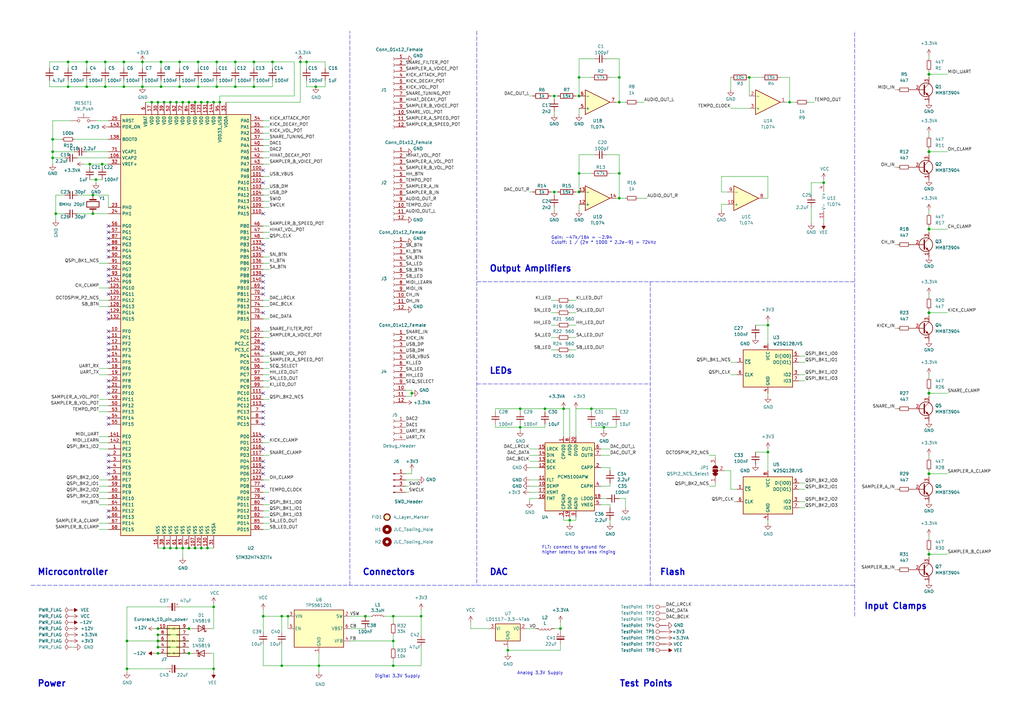
<source format=kicad_sch>
(kicad_sch (version 20211123) (generator eeschema)
  (paper "A3")
  (title_block (title "Punck v1") (rev "1") (company "Mountjoy Modular"))
  (junction (at 323.85 41.91))
  (junction (at 125.73 25.4))
  (junction (at 87.63 248.92))
  (junction (at 123.19 25.4))
  (junction (at 81.28 25.4))
  (junction (at 307.34 31.75))
  (junction (at 254 81.28))
  (junction (at 21.59 62.23))
  (junction (at 149.86 252.73))
  (junction (at 64.77 267.97))
  (junction (at 129.54 35.56))
  (junction (at 115.57 252.73))
  (junction (at 118.11 252.73))
  (junction (at 64.77 41.91))
  (junction (at 77.47 267.97))
  (junction (at 41.91 67.31))
  (junction (at 62.23 41.91))
  (junction (at 381 93.98) (diameter 1.016))
  (junction (at 52.07 262.89))
  (junction (at 66.04 35.56))
  (junction (at 64.77 260.35))
  (junction (at 104.14 25.4))
  (junction (at 69.85 224.79))
  (junction (at 27.94 25.4))
  (junction (at 27.94 35.56))
  (junction (at 237.49 71.12))
  (junction (at 96.52 25.4))
  (junction (at 64.77 262.89))
  (junction (at 38.1 80.01))
  (junction (at 208.28 266.7))
  (junction (at 161.29 262.89))
  (junction (at 242.57 167.64))
  (junction (at 130.81 273.05))
  (junction (at 74.93 224.79))
  (junction (at 82.55 41.91))
  (junction (at 85.09 224.79))
  (junction (at 80.01 41.91))
  (junction (at 50.8 35.56))
  (junction (at 87.63 274.32))
  (junction (at 237.49 78.74))
  (junction (at 104.14 35.56))
  (junction (at 74.93 41.91))
  (junction (at 81.28 35.56))
  (junction (at 254 71.12))
  (junction (at 69.85 41.91))
  (junction (at 213.36 175.26))
  (junction (at 82.55 224.79))
  (junction (at 337.82 74.93))
  (junction (at 77.47 41.91))
  (junction (at 227.33 78.74))
  (junction (at 50.8 25.4))
  (junction (at 85.09 41.91))
  (junction (at 67.31 224.79))
  (junction (at 39.37 73.66))
  (junction (at 88.9 35.56))
  (junction (at 90.17 41.91))
  (junction (at 237.49 39.37))
  (junction (at 64.77 265.43))
  (junction (at 381 30.48) (diameter 1.016))
  (junction (at 77.47 224.79))
  (junction (at 21.59 57.15))
  (junction (at 111.76 25.4))
  (junction (at 233.68 213.36))
  (junction (at 161.29 273.05))
  (junction (at 36.83 67.31))
  (junction (at 254 41.91))
  (junction (at 168.91 161.29))
  (junction (at 161.29 252.73))
  (junction (at 87.63 41.91))
  (junction (at 35.56 35.56))
  (junction (at 381 194.31) (diameter 1.016))
  (junction (at 314.96 185.42))
  (junction (at 237.49 31.75))
  (junction (at 43.18 25.4))
  (junction (at 254 31.75))
  (junction (at 107.95 252.73))
  (junction (at 58.42 35.56))
  (junction (at 58.42 25.4))
  (junction (at 72.39 224.79))
  (junction (at 66.04 25.4))
  (junction (at 43.18 35.56))
  (junction (at 35.56 25.4))
  (junction (at 67.31 41.91))
  (junction (at 223.52 167.64))
  (junction (at 21.59 64.77))
  (junction (at 22.86 87.63))
  (junction (at 231.14 167.64))
  (junction (at 72.39 41.91))
  (junction (at 381 227.33) (diameter 1.016))
  (junction (at 88.9 25.4))
  (junction (at 229.87 257.81))
  (junction (at 381 62.23) (diameter 1.016))
  (junction (at 77.47 257.81))
  (junction (at 73.66 25.4))
  (junction (at 38.1 87.63))
  (junction (at 213.36 167.64))
  (junction (at 172.72 252.73))
  (junction (at 247.65 175.26))
  (junction (at 73.66 35.56))
  (junction (at 381 161.29) (diameter 1.016))
  (junction (at 381 128.27) (diameter 1.016))
  (junction (at 64.77 257.81))
  (junction (at 115.57 273.05))
  (junction (at 52.07 274.32))
  (junction (at 96.52 35.56))
  (junction (at 227.33 39.37))
  (junction (at 314.96 133.35))
  (junction (at 80.01 224.79))
  (no_connect (at 107.95 184.15))
  (no_connect (at 44.45 146.05))
  (no_connect (at 44.45 128.27))
  (no_connect (at 44.45 120.65))
  (no_connect (at 44.45 110.49))
  (no_connect (at 107.95 113.03))
  (no_connect (at 44.45 130.81))
  (no_connect (at 44.45 171.45))
  (no_connect (at 107.95 166.37))
  (no_connect (at 107.95 161.29))
  (no_connect (at 44.45 173.99))
  (no_connect (at 44.45 186.69))
  (no_connect (at 107.95 204.47))
  (no_connect (at 107.95 199.39))
  (no_connect (at 107.95 74.93))
  (no_connect (at 107.95 87.63))
  (no_connect (at 44.45 191.77))
  (no_connect (at 107.95 118.11))
  (no_connect (at 44.45 113.03))
  (no_connect (at 44.45 156.21))
  (no_connect (at 107.95 191.77))
  (no_connect (at 44.45 194.31))
  (no_connect (at 107.95 179.07))
  (no_connect (at 44.45 138.43))
  (no_connect (at 44.45 100.33))
  (no_connect (at 44.45 209.55))
  (no_connect (at 107.95 128.27))
  (no_connect (at 107.95 140.97))
  (no_connect (at 107.95 69.85))
  (no_connect (at 107.95 173.99))
  (no_connect (at 44.45 115.57))
  (no_connect (at 44.45 148.59))
  (no_connect (at 107.95 194.31))
  (no_connect (at 107.95 102.87))
  (no_connect (at 107.95 189.23))
  (no_connect (at 44.45 105.41))
  (no_connect (at 44.45 97.79))
  (no_connect (at 44.45 102.87))
  (no_connect (at 107.95 120.65))
  (no_connect (at 44.45 189.23))
  (no_connect (at 107.95 143.51))
  (no_connect (at 44.45 158.75))
  (no_connect (at 44.45 95.25))
  (no_connect (at 107.95 115.57))
  (no_connect (at 107.95 100.33))
  (no_connect (at 44.45 140.97))
  (no_connect (at 44.45 135.89))
  (no_connect (at 44.45 161.29))
  (no_connect (at 107.95 168.91))
  (no_connect (at 107.95 171.45))
  (no_connect (at 44.45 212.09))
  (no_connect (at 44.45 92.71))
  (no_connect (at 44.45 143.51))
  (wire (pts (xy 246.38 199.39) (xy 250.19 199.39)))
  (wire (pts (xy 226.06 78.74) (xy 227.33 78.74)))
  (wire (pts (xy 64.77 257.81) (xy 77.47 257.81)))
  (wire (pts (xy 130.81 273.05) (xy 161.29 273.05)))
  (wire (pts (xy 40.64 196.85) (xy 44.45 196.85)))
  (wire (pts (xy 80.01 41.91) (xy 82.55 41.91)))
  (wire (pts (xy 226.06 143.51) (xy 228.6 143.51)))
  (wire (pts (xy 327.66 200.66) (xy 330.2 200.66)))
  (wire (pts (xy 233.68 167.64) (xy 233.68 179.07)))
  (wire (pts (xy 300.99 205.74) (xy 302.26 205.74)))
  (wire (pts (xy 381 92.71) (xy 381 93.98)))
  (wire (pts (xy 261.62 81.28) (xy 265.43 81.28)))
  (wire (pts (xy 226.06 39.37) (xy 227.33 39.37)))
  (wire (pts (xy 327.66 205.74) (xy 330.2 205.74)))
  (wire (pts (xy 34.29 67.31) (xy 36.83 67.31)))
  (wire (pts (xy 229.87 255.27) (xy 229.87 257.81)))
  (wire (pts (xy 213.36 175.26) (xy 223.52 175.26)))
  (wire (pts (xy 110.49 105.41) (xy 107.95 105.41)))
  (wire (pts (xy 27.94 27.94) (xy 27.94 25.4)))
  (wire (pts (xy 82.55 224.79) (xy 85.09 224.79)))
  (wire (pts (xy 62.23 41.91) (xy 64.77 41.91)))
  (wire (pts (xy 40.64 125.73) (xy 44.45 125.73)))
  (wire (pts (xy 77.47 224.79) (xy 80.01 224.79)))
  (wire (pts (xy 213.36 167.64) (xy 223.52 167.64)))
  (polyline (pts (xy 195.58 203.2) (xy 195.58 240.03)))
  (wire (pts (xy 217.17 196.85) (xy 220.98 196.85)))
  (wire (pts (xy 27.94 35.56) (xy 35.56 35.56)))
  (wire (pts (xy 233.68 167.64) (xy 231.14 167.64)))
  (wire (pts (xy 233.68 138.43) (xy 236.22 138.43)))
  (wire (pts (xy 203.2 167.64) (xy 213.36 167.64)))
  (wire (pts (xy 40.64 118.11) (xy 44.45 118.11)))
  (wire (pts (xy 107.95 130.81) (xy 110.49 130.81)))
  (wire (pts (xy 168.91 194.31) (xy 168.91 193.04)))
  (wire (pts (xy 143.51 252.73) (xy 149.86 252.73)))
  (wire (pts (xy 40.64 199.39) (xy 44.45 199.39)))
  (wire (pts (xy 236.22 167.64) (xy 242.57 167.64)))
  (wire (pts (xy 252.73 81.28) (xy 254 81.28)))
  (wire (pts (xy 44.45 168.91) (xy 40.64 168.91)))
  (wire (pts (xy 298.45 78.74) (xy 295.91 78.74)))
  (wire (pts (xy 50.8 27.94) (xy 50.8 25.4)))
  (wire (pts (xy 27.94 25.4) (xy 35.56 25.4)))
  (wire (pts (xy 217.17 186.69) (xy 220.98 186.69)))
  (wire (pts (xy 110.49 151.13) (xy 107.95 151.13)))
  (wire (pts (xy 86.36 267.97) (xy 87.63 267.97)))
  (wire (pts (xy 293.37 198.12) (xy 293.37 199.39)))
  (wire (pts (xy 110.49 212.09) (xy 107.95 212.09)))
  (wire (pts (xy 248.92 24.13) (xy 254 24.13)))
  (wire (pts (xy 309.88 133.35) (xy 314.96 133.35)))
  (wire (pts (xy 252.73 173.99) (xy 252.73 175.26)))
  (wire (pts (xy 327.66 148.59) (xy 330.2 148.59)))
  (wire (pts (xy 299.72 153.67) (xy 302.26 153.67)))
  (wire (pts (xy 40.64 153.67) (xy 44.45 153.67)))
  (polyline (pts (xy -64.77 125.73) (xy -8.89 125.73)))
  (wire (pts (xy 250.19 213.36) (xy 250.19 214.63)))
  (wire (pts (xy 25.4 57.15) (xy 21.59 57.15)))
  (wire (pts (xy 231.14 213.36) (xy 233.68 213.36)))
  (wire (pts (xy 41.91 67.31) (xy 44.45 67.31)))
  (wire (pts (xy 81.28 35.56) (xy 88.9 35.56)))
  (wire (pts (xy 125.73 27.94) (xy 125.73 25.4)))
  (wire (pts (xy 44.45 184.15) (xy 40.64 184.15)))
  (wire (pts (xy 111.76 27.94) (xy 111.76 25.4)))
  (wire (pts (xy 110.49 52.07) (xy 107.95 52.07)))
  (wire (pts (xy 381 22.86) (xy 381 24.13)))
  (wire (pts (xy 90.17 41.91) (xy 90.17 39.37)))
  (wire (pts (xy 107.95 125.73) (xy 110.49 125.73)))
  (wire (pts (xy 67.31 224.79) (xy 69.85 224.79)))
  (wire (pts (xy 157.48 252.73) (xy 161.29 252.73)))
  (wire (pts (xy 217.17 204.47) (xy 217.17 205.74)))
  (polyline (pts (xy 266.7 240.03) (xy 265.43 240.03)))
  (wire (pts (xy 246.38 191.77) (xy 250.19 191.77)))
  (wire (pts (xy 110.49 57.15) (xy 107.95 57.15)))
  (wire (pts (xy 229.87 264.16) (xy 229.87 266.7)))
  (wire (pts (xy 110.49 54.61) (xy 107.95 54.61)))
  (wire (pts (xy 21.59 57.15) (xy 21.59 62.23)))
  (wire (pts (xy 107.95 138.43) (xy 110.49 138.43)))
  (wire (pts (xy 44.45 217.17) (xy 40.64 217.17)))
  (wire (pts (xy 208.28 266.7) (xy 229.87 266.7)))
  (wire (pts (xy 66.04 35.56) (xy 73.66 35.56)))
  (wire (pts (xy 22.86 87.63) (xy 22.86 90.17)))
  (wire (pts (xy 381 86.36) (xy 381 87.63)))
  (wire (pts (xy 217.17 201.93) (xy 220.98 201.93)))
  (wire (pts (xy 21.59 62.23) (xy 30.48 62.23)))
  (wire (pts (xy 252.73 168.91) (xy 252.73 167.64)))
  (wire (pts (xy 290.83 199.39) (xy 293.37 199.39)))
  (wire (pts (xy 309.88 185.42) (xy 314.96 185.42)))
  (wire (pts (xy 111.76 33.02) (xy 111.76 35.56)))
  (wire (pts (xy 226.06 128.27) (xy 228.6 128.27)))
  (wire (pts (xy 30.48 57.15) (xy 44.45 57.15)))
  (wire (pts (xy 40.64 207.01) (xy 44.45 207.01)))
  (wire (pts (xy 44.45 64.77) (xy 31.75 64.77)))
  (wire (pts (xy 107.95 181.61) (xy 110.49 181.61)))
  (wire (pts (xy 133.35 35.56) (xy 133.35 33.02)))
  (polyline (pts (xy 12.7 240.03) (xy 350.52 240.03)))
  (wire (pts (xy 110.49 95.25) (xy 107.95 95.25)))
  (wire (pts (xy 243.84 63.5) (xy 237.49 63.5)))
  (wire (pts (xy 327.66 153.67) (xy 330.2 153.67)))
  (wire (pts (xy 50.8 35.56) (xy 58.42 35.56)))
  (wire (pts (xy 73.66 25.4) (xy 81.28 25.4)))
  (wire (pts (xy 314.96 72.39) (xy 314.96 81.28)))
  (wire (pts (xy 110.49 107.95) (xy 107.95 107.95)))
  (wire (pts (xy 242.57 168.91) (xy 242.57 167.64)))
  (wire (pts (xy 193.04 257.81) (xy 200.66 257.81)))
  (wire (pts (xy 88.9 25.4) (xy 96.52 25.4)))
  (wire (pts (xy 381 227.33) (xy 388.62 227.33)))
  (wire (pts (xy 110.49 72.39) (xy 107.95 72.39)))
  (wire (pts (xy 63.5 257.81) (xy 64.77 257.81)))
  (wire (pts (xy 314.96 81.28) (xy 313.69 81.28)))
  (wire (pts (xy 236.22 78.74) (xy 237.49 78.74)))
  (wire (pts (xy 110.49 80.01) (xy 107.95 80.01)))
  (wire (pts (xy 50.8 33.02) (xy 50.8 35.56)))
  (wire (pts (xy 30.48 265.43) (xy 29.21 265.43)))
  (wire (pts (xy 208.28 265.43) (xy 208.28 266.7)))
  (wire (pts (xy 237.49 71.12) (xy 237.49 78.74)))
  (wire (pts (xy 322.58 41.91) (xy 323.85 41.91)))
  (wire (pts (xy 161.29 252.73) (xy 172.72 252.73)))
  (wire (pts (xy 40.64 204.47) (xy 44.45 204.47)))
  (wire (pts (xy 107.95 252.73) (xy 115.57 252.73)))
  (wire (pts (xy 236.22 167.64) (xy 236.22 179.07)))
  (wire (pts (xy 26.67 80.01) (xy 22.86 80.01)))
  (polyline (pts (xy 143.51 240.03) (xy 143.51 12.7)))
  (wire (pts (xy 246.38 184.15) (xy 250.19 184.15)))
  (wire (pts (xy 107.95 264.16) (xy 107.95 273.05)))
  (wire (pts (xy 237.49 31.75) (xy 237.49 39.37)))
  (wire (pts (xy 58.42 33.02) (xy 58.42 35.56)))
  (wire (pts (xy 22.86 87.63) (xy 26.67 87.63)))
  (wire (pts (xy 69.85 41.91) (xy 72.39 41.91)))
  (wire (pts (xy 107.95 156.21) (xy 110.49 156.21)))
  (wire (pts (xy 118.11 252.73) (xy 115.57 252.73)))
  (wire (pts (xy 41.91 67.31) (xy 41.91 68.58)))
  (wire (pts (xy 332.74 85.09) (xy 332.74 91.44)))
  (wire (pts (xy 43.18 35.56) (xy 50.8 35.56)))
  (wire (pts (xy 86.36 257.81) (xy 87.63 257.81)))
  (wire (pts (xy 88.9 35.56) (xy 96.52 35.56)))
  (wire (pts (xy 96.52 33.02) (xy 96.52 35.56)))
  (wire (pts (xy 43.18 27.94) (xy 43.18 25.4)))
  (wire (pts (xy 293.37 186.69) (xy 293.37 187.96)))
  (wire (pts (xy 58.42 25.4) (xy 66.04 25.4)))
  (wire (pts (xy 20.32 33.02) (xy 20.32 35.56)))
  (wire (pts (xy 64.77 262.89) (xy 64.77 265.43)))
  (wire (pts (xy 104.14 35.56) (xy 111.76 35.56)))
  (wire (pts (xy 242.57 31.75) (xy 237.49 31.75)))
  (wire (pts (xy 367.03 36.83) (xy 368.3 36.83)))
  (wire (pts (xy 314.96 132.08) (xy 314.96 133.35)))
  (wire (pts (xy 226.06 138.43) (xy 228.6 138.43)))
  (wire (pts (xy 81.28 33.02) (xy 81.28 35.56)))
  (polyline (pts (xy 195.58 12.7) (xy 195.58 203.2)))
  (wire (pts (xy 87.63 274.32) (xy 87.63 275.59)))
  (wire (pts (xy 143.51 262.89) (xy 161.29 262.89)))
  (wire (pts (xy 52.07 274.32) (xy 68.58 274.32)))
  (wire (pts (xy 73.66 33.02) (xy 73.66 35.56)))
  (wire (pts (xy 314.96 184.15) (xy 314.96 185.42)))
  (wire (pts (xy 250.19 191.77) (xy 250.19 193.04)))
  (wire (pts (xy 381 161.29) (xy 381 162.56)))
  (wire (pts (xy 295.91 83.82) (xy 298.45 83.82)))
  (wire (pts (xy 104.14 27.94) (xy 104.14 25.4)))
  (wire (pts (xy 130.81 275.59) (xy 130.81 273.05)))
  (wire (pts (xy 36.83 73.66) (xy 39.37 73.66)))
  (wire (pts (xy 367.03 100.33) (xy 368.3 100.33)))
  (wire (pts (xy 31.75 80.01) (xy 38.1 80.01)))
  (wire (pts (xy 87.63 267.97) (xy 87.63 274.32)))
  (wire (pts (xy 44.45 166.37) (xy 40.64 166.37)))
  (wire (pts (xy 59.69 41.91) (xy 62.23 41.91)))
  (wire (pts (xy 217.17 199.39) (xy 220.98 199.39)))
  (wire (pts (xy 107.95 163.83) (xy 110.49 163.83)))
  (wire (pts (xy 107.95 250.19) (xy 107.95 252.73)))
  (wire (pts (xy 381 127) (xy 381 128.27)))
  (wire (pts (xy 107.95 82.55) (xy 110.49 82.55)))
  (wire (pts (xy 203.2 173.99) (xy 203.2 175.26)))
  (wire (pts (xy 172.72 252.73) (xy 172.72 250.19)))
  (wire (pts (xy 107.95 123.19) (xy 110.49 123.19)))
  (wire (pts (xy 29.21 49.53) (xy 21.59 49.53)))
  (wire (pts (xy 295.91 78.74) (xy 295.91 72.39)))
  (wire (pts (xy 107.95 196.85) (xy 110.49 196.85)))
  (wire (pts (xy 367.03 200.66) (xy 368.3 200.66)))
  (wire (pts (xy 381 60.96) (xy 381 62.23)))
  (wire (pts (xy 327.66 208.28) (xy 330.2 208.28)))
  (wire (pts (xy 87.63 247.65) (xy 87.63 248.92)))
  (wire (pts (xy 44.45 214.63) (xy 40.64 214.63)))
  (wire (pts (xy 254 31.75) (xy 254 41.91)))
  (wire (pts (xy 220.98 204.47) (xy 217.17 204.47)))
  (wire (pts (xy 381 186.69) (xy 381 187.96)))
  (wire (pts (xy 381 120.65) (xy 381 121.92)))
  (wire (pts (xy 73.66 27.94) (xy 73.66 25.4)))
  (wire (pts (xy 167.64 201.93) (xy 166.37 201.93)))
  (wire (pts (xy 125.73 25.4) (xy 123.19 25.4)))
  (wire (pts (xy 73.66 248.92) (xy 87.63 248.92)))
  (wire (pts (xy 69.85 224.79) (xy 72.39 224.79)))
  (wire (pts (xy 223.52 173.99) (xy 223.52 175.26)))
  (wire (pts (xy 290.83 186.69) (xy 293.37 186.69)))
  (wire (pts (xy 107.95 201.93) (xy 110.49 201.93)))
  (wire (pts (xy 168.91 160.02) (xy 166.37 160.02)))
  (wire (pts (xy 81.28 25.4) (xy 81.28 27.94)))
  (wire (pts (xy 168.91 162.56) (xy 168.91 161.29)))
  (wire (pts (xy 246.38 204.47) (xy 248.92 204.47)))
  (wire (pts (xy 107.95 252.73) (xy 107.95 259.08)))
  (wire (pts (xy 107.95 273.05) (xy 115.57 273.05)))
  (wire (pts (xy 110.49 97.79) (xy 107.95 97.79)))
  (wire (pts (xy 52.07 248.92) (xy 52.07 262.89)))
  (wire (pts (xy 227.33 40.64) (xy 227.33 39.37)))
  (wire (pts (xy 252.73 41.91) (xy 254 41.91)))
  (wire (pts (xy 314.96 185.42) (xy 314.96 193.04)))
  (wire (pts (xy 213.36 168.91) (xy 213.36 167.64)))
  (wire (pts (xy 297.18 193.04) (xy 299.72 193.04)))
  (wire (pts (xy 31.75 87.63) (xy 38.1 87.63)))
  (wire (pts (xy 115.57 264.16) (xy 115.57 273.05)))
  (wire (pts (xy 314.96 161.29) (xy 314.96 162.56)))
  (wire (pts (xy 381 54.61) (xy 381 55.88)))
  (wire (pts (xy 43.18 25.4) (xy 50.8 25.4)))
  (wire (pts (xy 307.34 31.75) (xy 312.42 31.75)))
  (wire (pts (xy 90.17 39.37) (xy 120.65 39.37)))
  (wire (pts (xy 52.07 275.59) (xy 52.07 274.32)))
  (wire (pts (xy 35.56 35.56) (xy 35.56 33.02)))
  (wire (pts (xy 299.72 31.75) (xy 299.72 36.83)))
  (wire (pts (xy 77.47 260.35) (xy 64.77 260.35)))
  (wire (pts (xy 66.04 35.56) (xy 66.04 33.02)))
  (wire (pts (xy 21.59 67.31) (xy 21.59 64.77)))
  (polyline (pts (xy 195.58 115.57) (xy 350.52 115.57)))
  (wire (pts (xy 223.52 167.64) (xy 231.14 167.64)))
  (wire (pts (xy 242.57 167.64) (xy 252.73 167.64)))
  (wire (pts (xy 227.33 39.37) (xy 228.6 39.37)))
  (wire (pts (xy 73.66 274.32) (xy 87.63 274.32)))
  (wire (pts (xy 125.73 35.56) (xy 129.54 35.56)))
  (wire (pts (xy 236.22 212.09) (xy 236.22 213.36)))
  (wire (pts (xy 36.83 68.58) (xy 36.83 67.31)))
  (wire (pts (xy 72.39 224.79) (xy 74.93 224.79)))
  (wire (pts (xy 299.72 148.59) (xy 302.26 148.59)))
  (wire (pts (xy 233.68 213.36) (xy 233.68 214.63)))
  (wire (pts (xy 107.95 158.75) (xy 110.49 158.75)))
  (wire (pts (xy 80.01 224.79) (xy 82.55 224.79)))
  (wire (pts (xy 314.96 133.35) (xy 314.96 140.97)))
  (wire (pts (xy 166.37 162.56) (xy 168.91 162.56)))
  (wire (pts (xy 246.38 207.01) (xy 250.19 207.01)))
  (wire (pts (xy 120.65 39.37) (xy 120.65 25.4)))
  (wire (pts (xy 115.57 273.05) (xy 130.81 273.05)))
  (wire (pts (xy 161.29 252.73) (xy 161.29 255.27)))
  (wire (pts (xy 149.86 252.73) (xy 152.4 252.73)))
  (wire (pts (xy 107.95 110.49) (xy 110.49 110.49)))
  (wire (pts (xy 44.45 179.07) (xy 40.64 179.07)))
  (wire (pts (xy 166.37 199.39) (xy 167.64 199.39)))
  (wire (pts (xy 110.49 92.71) (xy 107.95 92.71)))
  (wire (pts (xy 43.18 33.02) (xy 43.18 35.56)))
  (wire (pts (xy 381 226.06) (xy 381 227.33)))
  (wire (pts (xy 44.45 85.09) (xy 44.45 80.01)))
  (wire (pts (xy 120.65 25.4) (xy 111.76 25.4)))
  (wire (pts (xy 193.04 255.27) (xy 193.04 257.81)))
  (wire (pts (xy 21.59 64.77) (xy 21.59 62.23)))
  (wire (pts (xy 82.55 41.91) (xy 85.09 41.91)))
  (wire (pts (xy 36.83 67.31) (xy 41.91 67.31)))
  (wire (pts (xy 381 128.27) (xy 388.62 128.27)))
  (wire (pts (xy 44.45 80.01) (xy 38.1 80.01)))
  (wire (pts (xy 110.49 146.05) (xy 107.95 146.05)))
  (polyline (pts (xy 266.7 115.57) (xy 266.7 240.03)))
  (wire (pts (xy 20.32 35.56) (xy 27.94 35.56)))
  (wire (pts (xy 323.85 31.75) (xy 323.85 41.91)))
  (wire (pts (xy 104.14 33.02) (xy 104.14 35.56)))
  (wire (pts (xy 327.66 198.12) (xy 330.2 198.12)))
  (wire (pts (xy 72.39 41.91) (xy 74.93 41.91)))
  (wire (pts (xy 96.52 27.94) (xy 96.52 25.4)))
  (wire (pts (xy 242.57 71.12) (xy 237.49 71.12)))
  (wire (pts (xy 27.94 35.56) (xy 27.94 33.02)))
  (wire (pts (xy 254 41.91) (xy 256.54 41.91)))
  (wire (pts (xy 203.2 167.64) (xy 203.2 168.91)))
  (wire (pts (xy 123.19 25.4) (xy 123.19 41.91)))
  (wire (pts (xy 67.31 41.91) (xy 69.85 41.91)))
  (wire (pts (xy 217.17 78.74) (xy 218.44 78.74)))
  (wire (pts (xy 85.09 224.79) (xy 87.63 224.79)))
  (wire (pts (xy 40.64 123.19) (xy 44.45 123.19)))
  (wire (pts (xy 39.37 49.53) (xy 44.45 49.53)))
  (wire (pts (xy 231.14 167.64) (xy 231.14 179.07)))
  (wire (pts (xy 320.04 31.75) (xy 323.85 31.75)))
  (wire (pts (xy 88.9 35.56) (xy 88.9 33.02)))
  (wire (pts (xy 64.77 41.91) (xy 67.31 41.91)))
  (wire (pts (xy 64.77 260.35) (xy 64.77 262.89)))
  (wire (pts (xy 226.06 123.19) (xy 228.6 123.19)))
  (wire (pts (xy 227.33 78.74) (xy 228.6 78.74)))
  (wire (pts (xy 66.04 27.94) (xy 66.04 25.4)))
  (wire (pts (xy 215.9 257.81) (xy 219.71 257.81)))
  (wire (pts (xy 233.68 133.35) (xy 236.22 133.35)))
  (wire (pts (xy 52.07 248.92) (xy 68.58 248.92)))
  (wire (pts (xy 367.03 134.62) (xy 368.3 134.62)))
  (wire (pts (xy 250.19 198.12) (xy 250.19 199.39)))
  (wire (pts (xy 81.28 25.4) (xy 88.9 25.4)))
  (wire (pts (xy 110.49 62.23) (xy 107.95 62.23)))
  (wire (pts (xy 367.03 233.68) (xy 368.3 233.68)))
  (wire (pts (xy 295.91 83.82) (xy 295.91 86.36)))
  (wire (pts (xy 299.72 44.45) (xy 307.34 44.45)))
  (wire (pts (xy 39.37 73.66) (xy 41.91 73.66)))
  (wire (pts (xy 129.54 35.56) (xy 133.35 35.56)))
  (wire (pts (xy 35.56 25.4) (xy 43.18 25.4)))
  (wire (pts (xy 107.95 153.67) (xy 110.49 153.67)))
  (wire (pts (xy 332.74 74.93) (xy 337.82 74.93)))
  (wire (pts (xy 381 219.71) (xy 381 220.98)))
  (polyline (pts (xy -64.77 0) (xy -8.89 0)))
  (wire (pts (xy 44.45 181.61) (xy 40.64 181.61)))
  (wire (pts (xy 168.91 161.29) (xy 168.91 160.02)))
  (wire (pts (xy 242.57 175.26) (xy 247.65 175.26)))
  (wire (pts (xy 74.93 224.79) (xy 74.93 228.6)))
  (wire (pts (xy 87.63 257.81) (xy 87.63 248.92)))
  (polyline (pts (xy -64.77 0) (xy -64.77 125.73)))
  (wire (pts (xy 92.71 41.91) (xy 123.19 41.91)))
  (wire (pts (xy 22.86 80.01) (xy 22.86 87.63)))
  (wire (pts (xy 327.66 146.05) (xy 330.2 146.05)))
  (wire (pts (xy 217.17 184.15) (xy 220.98 184.15)))
  (wire (pts (xy 161.29 260.35) (xy 161.29 262.89)))
  (wire (pts (xy 381 93.98) (xy 388.62 93.98)))
  (wire (pts (xy 110.49 186.69) (xy 107.95 186.69)))
  (wire (pts (xy 381 93.98) (xy 381 95.25)))
  (wire (pts (xy 63.5 267.97) (xy 64.77 267.97)))
  (wire (pts (xy 161.29 270.51) (xy 161.29 273.05)))
  (wire (pts (xy 110.49 64.77) (xy 107.95 64.77)))
  (wire (pts (xy 110.49 209.55) (xy 107.95 209.55)))
  (wire (pts (xy 125.73 33.02) (xy 125.73 35.56)))
  (wire (pts (xy 96.52 25.4) (xy 104.14 25.4)))
  (wire (pts (xy 381 128.27) (xy 381 129.54)))
  (wire (pts (xy 40.64 201.93) (xy 44.45 201.93)))
  (wire (pts (xy 295.91 72.39) (xy 314.96 72.39)))
  (wire (pts (xy 166.37 194.31) (xy 168.91 194.31)))
  (wire (pts (xy 243.84 24.13) (xy 237.49 24.13)))
  (wire (pts (xy 250.19 207.01) (xy 250.19 208.28)))
  (wire (pts (xy 254 71.12) (xy 250.19 71.12)))
  (wire (pts (xy 73.66 35.56) (xy 81.28 35.56)))
  (wire (pts (xy 229.87 257.81) (xy 227.33 257.81)))
  (wire (pts (xy 20.32 27.94) (xy 20.32 25.4)))
  (wire (pts (xy 227.33 80.01) (xy 227.33 78.74)))
  (polyline (pts (xy -8.89 125.73) (xy -8.89 0)))
  (wire (pts (xy 96.52 35.56) (xy 104.14 35.56)))
  (wire (pts (xy 254 81.28) (xy 256.54 81.28)))
  (wire (pts (xy 40.64 151.13) (xy 44.45 151.13)))
  (wire (pts (xy 381 194.31) (xy 388.62 194.31)))
  (wire (pts (xy 248.92 63.5) (xy 254 63.5)))
  (wire (pts (xy 381 30.48) (xy 388.62 30.48)))
  (wire (pts (xy 66.04 25.4) (xy 73.66 25.4)))
  (wire (pts (xy 367.03 167.64) (xy 368.3 167.64)))
  (wire (pts (xy 107.95 67.31) (xy 110.49 67.31)))
  (wire (pts (xy 26.67 64.77) (xy 21.59 64.77)))
  (wire (pts (xy 110.49 77.47) (xy 107.95 77.47)))
  (wire (pts (xy 254 71.12) (xy 254 81.28)))
  (wire (pts (xy 381 194.31) (xy 381 195.58)))
  (wire (pts (xy 331.47 41.91) (xy 334.01 41.91)))
  (polyline (pts (xy 195.58 157.48) (xy 266.7 157.48)))
  (wire (pts (xy 74.93 224.79) (xy 77.47 224.79)))
  (wire (pts (xy 217.17 191.77) (xy 220.98 191.77)))
  (wire (pts (xy 337.82 73.66) (xy 337.82 74.93)))
  (wire (pts (xy 172.72 252.73) (xy 172.72 260.35)))
  (wire (pts (xy 217.17 189.23) (xy 220.98 189.23)))
  (wire (pts (xy 247.65 175.26) (xy 252.73 175.26)))
  (wire (pts (xy 261.62 41.91) (xy 264.16 41.91)))
  (wire (pts (xy 254 31.75) (xy 250.19 31.75)))
  (wire (pts (xy 229.87 259.08) (xy 229.87 257.81)))
  (wire (pts (xy 231.14 212.09) (xy 231.14 213.36)))
  (wire (pts (xy 236.22 39.37) (xy 237.49 39.37)))
  (wire (pts (xy 381 29.21) (xy 381 30.48)))
  (wire (pts (xy 77.47 41.91) (xy 80.01 41.91)))
  (wire (pts (xy 58.42 27.94) (xy 58.42 25.4)))
  (wire (pts (xy 236.22 213.36) (xy 233.68 213.36)))
  (wire (pts (xy 77.47 257.81) (xy 78.74 257.81)))
  (wire (pts (xy 213.36 175.26) (xy 213.36 176.53)))
  (wire (pts (xy 332.74 80.01) (xy 332.74 74.93)))
  (wire (pts (xy 39.37 74.93) (xy 39.37 73.66)))
  (wire (pts (xy 110.49 217.17) (xy 107.95 217.17)))
  (wire (pts (xy 85.09 41.91) (xy 87.63 41.91)))
  (wire (pts (xy 381 193.04) (xy 381 194.31)))
  (wire (pts (xy 381 160.02) (xy 381 161.29)))
  (wire (pts (xy 166.37 196.85) (xy 171.45 196.85)))
  (wire (pts (xy 226.06 133.35) (xy 228.6 133.35)))
  (wire (pts (xy 223.52 168.91) (xy 223.52 167.64)))
  (wire (pts (xy 213.36 173.99) (xy 213.36 175.26)))
  (wire (pts (xy 233.68 123.19) (xy 236.22 123.19)))
  (wire (pts (xy 299.72 200.66) (xy 302.26 200.66)))
  (wire (pts (xy 233.68 212.09) (xy 233.68 213.36)))
  (wire (pts (xy 44.45 163.83) (xy 40.64 163.83)))
  (wire (pts (xy 246.38 186.69) (xy 250.19 186.69)))
  (wire (pts (xy 77.47 262.89) (xy 64.77 262.89)))
  (wire (pts (xy 58.42 35.56) (xy 66.04 35.56)))
  (wire (pts (xy 125.73 25.4) (xy 133.35 25.4)))
  (wire (pts (xy 35.56 27.94) (xy 35.56 25.4)))
  (wire (pts (xy 20.32 25.4) (xy 27.94 25.4)))
  (wire (pts (xy 237.49 83.82) (xy 237.49 86.36)))
  (wire (pts (xy 237.49 44.45) (xy 237.49 46.99)))
  (wire (pts (xy 247.65 176.53) (xy 247.65 175.26)))
  (wire (pts (xy 172.72 265.43) (xy 172.72 273.05)))
  (wire (pts (xy 227.33 45.72) (xy 227.33 46.99)))
  (wire (pts (xy 381 227.33) (xy 381 228.6)))
  (wire (pts (xy 254 24.13) (xy 254 31.75)))
  (wire (pts (xy 299.72 193.04) (xy 299.72 200.66)))
  (wire (pts (xy 115.57 259.08) (xy 115.57 252.73)))
  (wire (pts (xy 87.63 41.91) (xy 90.17 41.91)))
  (wire (pts (xy 143.51 257.81) (xy 149.86 257.81)))
  (wire (pts (xy 254 63.5) (xy 254 71.12)))
  (wire (pts (xy 254 204.47) (xy 256.54 204.47)))
  (wire (pts (xy 110.49 148.59) (xy 107.95 148.59)))
  (wire (pts (xy 256.54 204.47) (xy 256.54 208.28)))
  (wire (pts (xy 133.35 27.94) (xy 133.35 25.4)))
  (wire (pts (xy 52.07 262.89) (xy 52.07 274.32)))
  (wire (pts (xy 233.68 143.51) (xy 236.22 143.51)))
  (wire (pts (xy 130.81 267.97) (xy 130.81 273.05)))
  (wire (pts (xy 35.56 35.56) (xy 43.18 35.56)))
  (wire (pts (xy 172.72 273.05) (xy 161.29 273.05)))
  (wire (pts (xy 110.49 207.01) (xy 107.95 207.01)))
  (wire (pts (xy 381 161.29) (xy 388.62 161.29)))
  (wire (pts (xy 203.2 175.26) (xy 213.36 175.26)))
  (wire (pts (xy 217.17 39.37) (xy 218.44 39.37)))
  (wire (pts (xy 307.34 31.75) (xy 307.34 39.37)))
  (wire (pts (xy 107.95 85.09) (xy 110.49 85.09)))
  (wire (pts (xy 237.49 24.13) (xy 237.49 31.75)))
  (wire (pts (xy 110.49 214.63) (xy 107.95 214.63)))
  (wire (pts (xy 227.33 85.09) (xy 227.33 86.36)))
  (wire (pts (xy 77.47 267.97) (xy 78.74 267.97)))
  (wire (pts (xy 111.76 25.4) (xy 104.14 25.4)))
  (wire (pts (xy 110.49 135.89) (xy 107.95 135.89)))
  (wire (pts (xy 64.77 224.79) (xy 67.31 224.79)))
  (wire (pts (xy 337.82 90.17) (xy 337.82 91.44)))
  (wire (pts (xy 50.8 25.4) (xy 58.42 25.4)))
  (wire (pts (xy 327.66 156.21) (xy 330.2 156.21)))
  (wire (pts (xy 381 62.23) (xy 388.62 62.23)))
  (wire (pts (xy 242.57 173.99) (xy 242.57 175.26)))
  (wire (pts (xy 381 62.23) (xy 381 63.5)))
  (wire (pts (xy 64.77 267.97) (xy 77.47 267.97)))
  (wire (pts (xy 161.29 262.89) (xy 161.29 265.43)))
  (wire (pts (xy 233.68 128.27) (xy 236.22 128.27)))
  (wire (pts (xy 110.49 59.69) (xy 107.95 59.69)))
  (wire (pts (xy 381 153.67) (xy 381 154.94)))
  (wire (pts (xy 381 30.48) (xy 381 31.75)))
  (wire (pts (xy 52.07 262.89) (xy 64.77 262.89)))
  (wire (pts (xy 118.11 257.81) (xy 118.11 252.73)))
  (wire (pts (xy 74.93 41.91) (xy 77.47 41.91)))
  (wire (pts (xy 237.49 63.5) (xy 237.49 71.12)))
  (polyline (pts (xy 350.52 252.73) (xy 350.52 12.7)))
  (wire (pts (xy 44.45 62.23) (xy 35.56 62.23)))
  (wire (pts (xy 21.59 49.53) (xy 21.59 57.15)))
  (wire (pts (xy 314.96 213.36) (xy 314.96 214.63)))
  (wire (pts (xy 77.47 265.43) (xy 64.77 265.43)))
  (wire (pts (xy 323.85 41.91) (xy 326.39 41.91)))
  (wire (pts (xy 110.49 49.53) (xy 107.95 49.53)))
  (wire (pts (xy 40.64 107.95) (xy 44.45 107.95)))
  (wire (pts (xy 367.03 68.58) (xy 368.3 68.58)))
  (wire (pts (xy 208.28 266.7) (xy 208.28 267.97)))
  (wire (pts (xy 38.1 87.63) (xy 44.45 87.63)))
  (wire (pts (xy 88.9 27.94) (xy 88.9 25.4)))
  (text "Digital 3.3V Supply" (at 153.67 278.13 0) (effects (font (size 1.27 1.27)) (justify left bottom)))
  (text "ADC Pins\n--------\nPA0 ADC1_INP16       \nPA1 ADC1_INP17       \nPA2 ADC12_INP14      \nPA3 ADC12_INP15      \n[PA4 ADC12_INP18 DAC]\n[PA5 ADC12_INP19 DAC]\nPA6 ADC12_INP3       \nPA7 ADC12_INP7       \n                     \nPB0 ADC12_INP9       \nPB1 ADC12_INP5       \n                     \nPC0 ADC123_INP10     \nPC1 ADC123_INP11     \nPC2 ADC123_INP12     \n[PC3_C ADC3_INP1]    \nPC4 ADC12_INP4       \nPC5 ADC12_INP8       \n                     \nPF11 ADC1_INP2       \nPF12 ADC1_INP6       \nPF13 ADC2_INP2       \nPF14 ADC2_INP6       " (at -55.88 85.09 0) (effects (font (size 2 2)) (justify left bottom)))
  (text "Gain: -47k/16k = -2.94\nCutoff: 1 / (2π * 1000 * 2.2e-9) = 72kHz" (at 226.06 100.33 0) (effects (font (size 1.27 1.27)) (justify left bottom)))
  (text "Microcontroller" (at 15.24 236.22 0) (effects (font (size 2.54 2.54) (thickness 0.508) bold) (justify left bottom)))
  (text "Connectors" (at 148.59 236.22 0) (effects (font (size 2.54 2.54) (thickness 0.508) bold) (justify left bottom)))
  (text "Analog 3.3V Supply" (at 212.09 276.86 0) (effects (font (size 1.27 1.27)) (justify left bottom)))
  (text "LED Pins\n--------\nPC6-9: TIM3/TIM8\nPD12-15: TIM4\nPB4-5: TIM3\nPB6-7: TIM4" (at -55.88 115.57 0) (effects (font (size 2 2)) (justify left bottom)))
  (text "LEDs" (at 200.66 153.67 0) (effects (font (size 2.54 2.54) (thickness 0.508) bold) (justify left bottom)))
  (text "Power" (at 15.24 281.94 0) (effects (font (size 2.54 2.54) (thickness 0.508) bold) (justify left bottom)))
  (text "Flash" (at 270.51 236.22 0) (effects (font (size 2.54 2.54) (thickness 0.508) bold) (justify left bottom)))
  (text "DAC" (at 200.66 236.22 0) (effects (font (size 2.54 2.54) (thickness 0.508) bold) (justify left bottom)))
  (text "Output Amplifiers" (at 200.66 111.76 0) (effects (font (size 2.54 2.54) (thickness 0.508) bold) (justify left bottom)))
  (text "FLT: connect to ground for \nhigher latency but less ringing" (at 222.25 227.33 0) (effects (font (size 1.27 1.27)) (justify left bottom)))
  (text "Test Points" (at 254 281.94 0) (effects (font (size 2.54 2.54) (thickness 0.508) bold) (justify left bottom)))
  (text "Input Clamps" (at 354.33 250.19 0) (effects (font (size 2.54 2.54) (thickness 0.508) bold) (justify left bottom)))
  (label "QSPI_CLK" (at 300.99 205.74 180))
  (label "SNARE_CLAMP" (at 388.62 161.29 0))
  (label "DAC_OUT_R" (at 250.19 186.69 0))
  (label "KICK_CLAMP" (at 110.49 181.61 0))
  (label "QSPI_CLK" (at 299.72 153.67 180))
  (label "SNARE_FILTER_POT" (at 166.37 26.67 0))
  (label "SN_LED_OUT" (at 110.49 156.21 0))
  (label "QSPI_BK2_NCS" (at 290.83 199.39 180))
  (label "SN_BTN" (at 166.37 106.68 0))
  (label "USB_DM" (at 110.49 77.47 0))
  (label "KICK_ATTACK_POT" (at 110.49 49.53 0))
  (label "SN_LED" (at 226.06 128.27 180))
  (label "HIHAT_DECAY_POT" (at 110.49 64.77 0))
  (label "DAC_DATA" (at 273.05 251.46 0))
  (label "MIDI_IN" (at 367.03 36.83 180))
  (label "SAMPLER_A_CLAMP" (at 40.64 214.63 180))
  (label "TEMPO_OUT" (at 334.01 41.91 0))
  (label "HH_LED" (at 166.37 154.94 0))
  (label "HH_LED_OUT" (at 236.22 133.35 0))
  (label "SAMPLER_B_CLAMP" (at 388.62 227.33 0))
  (label "HIHAT_DECAY_POT" (at 166.37 41.91 0))
  (label "HIHAT_VOL_POT" (at 166.37 64.77 0))
  (label "QSPI_BK2_IO3" (at 330.2 208.28 0))
  (label "DAC1" (at 166.37 175.26 0))
  (label "SAMPLER_B_SPEED_POT" (at 166.37 52.07 0))
  (label "AUDIO_OUT_R" (at 166.37 82.55 0))
  (label "DAC_DATA" (at 110.49 130.81 0))
  (label "DAC_OUT_R" (at 217.17 78.74 180))
  (label "SAMPLER_A_SPEED_POT" (at 110.49 148.59 0))
  (label "DAC_LRCLK" (at 273.05 248.92 0))
  (label "MIDI_IN" (at 166.37 119.38 0))
  (label "SAMPLER_B_SPEED_POT" (at 110.49 92.71 0))
  (label "SNARE_IN" (at 367.03 167.64 180))
  (label "QSPI_BK1_IO3" (at 110.49 212.09 0))
  (label "MIDI_UART" (at 388.62 30.48 0))
  (label "SN_LED_OUT" (at 236.22 128.27 0))
  (label "SB_BTN" (at 166.37 111.76 0))
  (label "KICK_DECAY_POT" (at 166.37 34.29 0))
  (label "AUDIO_OUT_L" (at 166.37 87.63 0))
  (label "SA_LED_OUT" (at 236.22 138.43 0))
  (label "DAC_BCLK" (at 273.05 254 0))
  (label "QSPI_BK2_IO3" (at 40.64 204.47 180))
  (label "QSPI_BK2_IO0" (at 330.2 198.12 0))
  (label "SAMPLER_A_VOICE_POT" (at 110.49 138.43 0))
  (label "DAC_BCLK" (at 110.49 125.73 0))
  (label "AUDIO_OUT_R" (at 265.43 81.28 0))
  (label "USB_DP" (at 166.37 142.24 0))
  (label "QSPI_BK2_IO1" (at 330.2 200.66 0))
  (label "DAC2" (at 166.37 172.72 0))
  (label "SAMPLER_A_VOL_POT" (at 40.64 163.83 180))
  (label "QSPI_BK1_IO0" (at 330.2 146.05 0))
  (label "FB" (at 143.51 262.89 0))
  (label "DAC_OUT_L" (at 217.17 39.37 180))
  (label "UART_TX" (at 40.64 153.67 180))
  (label "MIDI_UART" (at 40.64 179.07 180))
  (label "DAC2" (at 110.49 62.23 0))
  (label "UART_RX" (at 40.64 151.13 180))
  (label "VSW" (at 143.51 252.73 0))
  (label "SNARE_CLAMP" (at 110.49 186.69 0))
  (label "DAC1" (at 110.49 59.69 0))
  (label "SAMPLER_A_CLAMP" (at 388.62 194.31 0))
  (label "SA_BTN" (at 110.49 110.49 0))
  (label "SB_LED" (at 166.37 114.3 0))
  (label "TEMPO_OUT" (at 166.37 85.09 0))
  (label "USB_DM" (at 166.37 144.78 0))
  (label "SEQ_SELECT" (at 110.49 151.13 0))
  (label "SNARE_TUNING_POT" (at 110.49 57.15 0))
  (label "SNARE_VOL_POT" (at 110.49 146.05 0))
  (label "QSPI_CLK" (at 110.49 97.79 0))
  (label "KICK_VOL_POT" (at 166.37 36.83 0))
  (label "SAMPLER_B_CLAMP" (at 40.64 217.17 180))
  (label "QSPI_BK1_IO2" (at 330.2 153.67 0))
  (label "TEMPO_POT" (at 40.64 168.91 180))
  (label "VO" (at 217.17 257.81 0))
  (label "SWCLK" (at 110.49 85.09 0))
  (label "USB_DP" (at 110.49 80.01 0))
  (label "SEQ_SELECT" (at 166.37 157.48 0))
  (label "CH_IN" (at 166.37 121.92 0))
  (label "OCTOSPIM_P2_NCS" (at 40.64 123.19 180))
  (label "SAMPLER_B_VOICE_POT" (at 166.37 44.45 0))
  (label "KICK_VOL_POT" (at 110.49 54.61 0))
  (label "HH_BTN" (at 166.37 72.39 0))
  (label "KI_LED" (at 226.06 123.19 180))
  (label "MIDI_LEARN" (at 40.64 181.61 180))
  (label "UART_TX" (at 166.37 180.34 0))
  (label "SAMPLER_B_VOICE_POT" (at 110.49 67.31 0))
  (label "KI_BTN" (at 110.49 107.95 0))
  (label "SNARE_VOL_POT" (at 166.37 46.99 0))
  (label "QSPI_BK1_NCS" (at 40.64 107.95 180))
  (label "KI_LED_OUT" (at 110.49 158.75 0))
  (label "DAC_OUT_L" (at 250.19 184.15 0))
  (label "OCTOSPIM_P2_NCS" (at 290.83 186.69 180))
  (label "KICK_CLAMP" (at 388.62 128.27 0))
  (label "QSPI_BK1_IO3" (at 330.2 156.21 0))
  (label "SWIO" (at 167.64 199.39 0))
  (label "QSPI_BK1_NCS" (at 299.72 148.59 180))
  (label "SA_LED" (at 226.06 138.43 180))
  (label "SB_LED_OUT" (at 236.22 143.51 0))
  (label "KI_LED" (at 166.37 149.86 0))
  (label "SAMPLER_B_IN" (at 166.37 80.01 0))
  (label "USB_VBUS" (at 166.37 147.32 0))
  (label "KICK_ATTACK_POT" (at 166.37 31.75 0))
  (label "UART_RX" (at 166.37 177.8 0))
  (label "SNARE_TUNING_POT" (at 166.37 39.37 0))
  (label "HIHAT_VOL_POT" (at 110.49 95.25 0))
  (label "HH_LED" (at 226.06 133.35 180))
  (label "DAC_LRCLK" (at 110.49 123.19 0))
  (label "SWCLK" (at 167.64 201.93 0))
  (label "SA_LED" (at 166.37 109.22 0))
  (label "QSPI_BK1_IO0" (at 110.49 207.01 0))
  (label "QSPI_BK2_IO2" (at 330.2 205.74 0))
  (label "SAMPLER_B_VOL_POT" (at 40.64 166.37 180))
  (label "SA_BTN" (at 166.37 101.6 0))
  (label "QSPI_BK2_IO1" (at 40.64 199.39 180))
  (label "SA_LED_OUT" (at 110.49 214.63 0))
  (label "SNARE_IN" (at 166.37 137.16 0))
  (label "CH_IN" (at 367.03 100.33 180))
  (label "OH_CLAMP" (at 110.49 196.85 0))
  (label "DAC_LRCLK" (at 217.17 184.15 180))
  (label "MIDI_LEARN" (at 166.37 116.84 0))
  (label "SAMPLER_A_VOICE_POT" (at 166.37 29.21 0))
  (label "CH_CLAMP" (at 388.62 93.98 0))
  (label "KICK_IN" (at 166.37 139.7 0))
  (label "DAC_BCLK" (at 217.17 189.23 180))
  (label "SWIO" (at 110.49 82.55 0))
  (label "HH_BTN" (at 40.64 207.01 180))
  (label "OH_IN" (at 367.03 68.58 180))
  (label "SAMPLER_A_SPEED_POT" (at 166.37 49.53 0))
  (label "KICK_IN" (at 367.03 134.62 180))
  (label "SAMPLER_A_IN" (at 367.03 200.66 180))
  (label "SAMPLER_B_VOL_POT" (at 166.37 69.85 0))
  (label "HH_LED_OUT" (at 110.49 153.67 0))
  (label "TEMPO_POT" (at 166.37 74.93 0))
  (label "KICK_DECAY_POT" (at 110.49 52.07 0))
  (label "OH_CLAMP" (at 388.62 62.23 0))
  (label "SNARE_FILTER_POT" (at 110.49 135.89 0))
  (label "QSPI_BK2_IO0" (at 40.64 196.85 180))
  (label "QSPI_BK2_NCS" (at 110.49 163.83 0))
  (label "OH_IN" (at 166.37 124.46 0))
  (label "CB" (at 143.51 257.81 0))
  (label "KI_BTN" (at 166.37 104.14 0))
  (label "AUDIO_OUT_L" (at 264.16 41.91 0))
  (label "QSPI_BK1_IO2" (at 40.64 184.15 180))
  (label "SB_LED" (at 226.06 143.51 180))
  (label "KI_LED_OUT" (at 236.22 123.19 0))
  (label "TEMPO_CLOCK" (at 299.72 44.45 180))
  (label "SB_LED_OUT" (at 110.49 217.17 0))
  (label "SN_LED" (at 166.37 152.4 0))
  (label "CH_CLAMP" (at 40.64 118.11 180))
  (label "USB_VBUS" (at 110.49 72.39 0))
  (label "QSPI_BK1_IO1" (at 110.49 209.55 0))
  (label "QSPI_BK1_IO1" (at 330.2 148.59 0))
  (label "SAMPLER_A_VOL_POT" (at 166.37 67.31 0))
  (label "SAMPLER_B_IN" (at 367.03 233.68 180))
  (label "DAC_DATA" (at 217.17 186.69 180))
  (label "SN_BTN" (at 110.49 105.41 0))
  (label "TEMPO_CLOCK" (at 110.49 201.93 0))
  (label "SB_BTN" (at 40.64 125.73 180))
  (label "QSPI_BK2_IO2" (at 40.64 201.93 180))
  (label "SAMPLER_A_IN" (at 166.37 77.47 0))
  (symbol (lib_id "Connector:Conn_01x04_Male") (at 161.29 196.85 0) (unit 1)
    (property "Reference" "J6" (at 162.56 189.23 0))
    (property "Value" "SWD_Header" (at 167.64 205.74 0))
    (property "Footprint" "Custom_Footprints:SWD_header" (effects hide))
  )
  (symbol (lib_id "power:+3.3V") (at 168.91 193.04 0) (unit 1)
    (property "Reference" "#PWR047" (effects hide))
    (property "Value" "+3.3V" (at 166.37 189.23 0) (effects (justify left)))
  )
  (symbol (lib_id "power:GND") (at 171.45 196.85 90) (unit 1)
    (property "Reference" "#PWR048" (effects hide))
    (property "Value" "GND" (at 174.7012 196.723 90) (effects (justify right)))
  )
  (symbol (lib_id "Diode:1N5819") (at 82.55 257.81 180) (unit 1)
    (property "Reference" "D1" (at 82.55 252.3236 0))
    (property "Value" "1N5819" (at 82.55 254.635 0))
    (property "Footprint" "Diode_SMD:D_SOD-123" (effects hide))
    (property "Datasheet" "https://datasheet.lcsc.com/szlcsc/Changjiang-Electronics-Tech-CJ-B5819W_C8598.pdf" (effects hide))
    (property "Part_Number" "C8598" (effects hide))
  )
  (symbol (lib_id "Diode:1N5819") (at 82.55 267.97 0) (unit 1)
    (property "Reference" "D2" (at 82.55 262.4836 0))
    (property "Value" "1N5819" (at 82.55 264.795 0))
    (property "Footprint" "Diode_SMD:D_SOD-123" (effects hide))
    (property "Datasheet" "https://datasheet.lcsc.com/szlcsc/Changjiang-Electronics-Tech-CJ-B5819W_C8598.pdf" (effects hide))
    (property "Part_Number" "C8598" (effects hide))
  )
  (symbol (lib_id "Device:C_Polarized_Small") (at 71.12 248.92 270) (unit 1)
    (property "Reference" "C37" (at 67.31 246.38 90))
    (property "Value" "47uF" (at 76.2 246.38 90))
    (property "Footprint" "Capacitor_SMD:CP_Elec_5x5.8" (effects hide))
    (property "Part_Number" "C134798" (effects hide))
    (property "Rotation" "360" (effects hide))
  )
  (symbol (lib_id "Device:C_Polarized_Small") (at 71.12 274.32 90) (unit 1)
    (property "Reference" "C43" (at 67.31 276.86 90))
    (property "Value" "22uF" (at 74.93 276.86 90))
    (property "Footprint" "Capacitor_SMD:CP_Elec_4x5.8" (effects hide))
    (property "Part_Number" "C134793" (effects hide))
    (property "Rotation" "270" (effects hide))
  )
  (symbol (lib_id "power:VEE") (at 87.63 275.59 180) (unit 1)
    (property "Reference" "#PWR082" (effects hide))
    (property "Value" "VEE" (at 87.1728 279.9842 0))
  )
  (symbol (lib_id "power:VCC") (at 87.63 247.65 0) (unit 1)
    (property "Reference" "#PWR061" (effects hide))
    (property "Value" "VCC" (at 88.0618 243.2558 0))
  )
  (symbol (lib_id "power:-12V") (at 63.5 267.97 90) (unit 1)
    (property "Reference" "#PWR079" (effects hide))
    (property "Value" "-12V" (at 57.15 267.97 90))
  )
  (symbol (lib_id "power:+12V") (at 63.5 257.81 90) (unit 1)
    (property "Reference" "#PWR071" (effects hide))
    (property "Value" "+12V" (at 60.2488 257.429 90) (effects (justify left)))
  )
  (symbol (lib_id "power:GND") (at 52.07 275.59 0) (unit 1)
    (property "Reference" "#PWR081" (effects hide))
    (property "Value" "GND" (at 52.197 279.9842 0))
  )
  (symbol (lib_id "power:PWR_FLAG") (at 29.21 260.35 90) (unit 1)
    (property "Reference" "#FLG05" (effects hide))
    (property "Value" "PWR_FLAG" (at 25.4 260.3499 90) (effects (justify left)))
  )
  (symbol (lib_id "power:+3.3VA") (at 29.21 260.35 270) (unit 1)
    (property "Reference" "#PWR073" (effects hide))
    (property "Value" "+3.3VA" (at 33.02 260.3499 90) (effects (justify left)))
  )
  (symbol (lib_id "power:VEE") (at 29.21 250.19 270) (unit 1)
    (property "Reference" "#PWR062" (effects hide))
    (property "Value" "VEE" (at 33.02 250.1899 90) (effects (justify left)))
  )
  (symbol (lib_id "power:PWR_FLAG") (at 29.21 250.19 90) (unit 1)
    (property "Reference" "#FLG01" (effects hide))
    (property "Value" "PWR_FLAG" (at 25.4 250.1899 90) (effects (justify left)))
  )
  (symbol (lib_id "power:PWR_FLAG") (at 29.21 252.73 90) (unit 1)
    (property "Reference" "#FLG02" (effects hide))
    (property "Value" "PWR_FLAG" (at 25.4 252.7299 90) (effects (justify left)))
  )
  (symbol (lib_id "power:VCC") (at 29.21 252.73 270) (unit 1)
    (property "Reference" "#PWR065" (effects hide))
    (property "Value" "VCC" (at 33.02 252.7299 90) (effects (justify left)))
  )
  (symbol (lib_id "power:+12V") (at 29.21 257.81 270) (unit 1)
    (property "Reference" "#PWR070" (effects hide))
    (property "Value" "+12V" (at 33.02 257.8099 90) (effects (justify left)))
  )
  (symbol (lib_id "power:PWR_FLAG") (at 29.21 257.81 90) (unit 1)
    (property "Reference" "#FLG04" (effects hide))
    (property "Value" "PWR_FLAG" (at 25.4 257.8099 90) (effects (justify left)))
  )
  (symbol (lib_id "power:-12V") (at 29.21 255.27 270) (unit 1)
    (property "Reference" "#PWR066" (effects hide))
    (property "Value" "-12V" (at 32.385 255.2699 90) (effects (justify left)))
  )
  (symbol (lib_id "power:PWR_FLAG") (at 29.21 255.27 90) (unit 1)
    (property "Reference" "#FLG03" (effects hide))
    (property "Value" "PWR_FLAG" (at 25.4 255.2699 90) (effects (justify left)))
  )
  (symbol (lib_id "power:+3.3VA") (at 231.14 167.64 0) (unit 1)
    (property "Reference" "#PWR038" (effects hide))
    (property "Value" "+3.3VA" (at 224.79 162.56 0) (effects (justify left)))
  )
  (symbol (lib_id "power:+3.3V") (at 236.22 167.64 0) (unit 1)
    (property "Reference" "#PWR039" (effects hide))
    (property "Value" "+3.3V" (at 237.49 162.56 0))
  )
  (symbol (lib_id "Device:L") (at 223.52 257.81 270) (unit 1)
    (property "Reference" "L2" (at 223.52 253.2888 90))
    (property "Value" "L" (at 223.52 255.6002 90))
    (property "Footprint" "Inductor_SMD:L_0805_2012Metric" (effects hide))
    (property "Part_Number" "C1046" (effects hide))
  )
  (symbol (lib_id "power:+3.3VA") (at 229.87 255.27 0) (unit 1)
    (property "Reference" "#PWR068" (effects hide))
    (property "Value" "+3.3VA" (at 229.87 250.19 0))
  )
  (symbol (lib_id "Device:C_Small") (at 250.19 195.58 0) (unit 1)
    (property "Reference" "C34" (at 253.111 194.4116 0) (effects (justify left)))
    (property "Value" "2.2uF" (at 253.111 196.723 0) (effects (justify left)))
    (property "Footprint" "Capacitor_SMD:C_0603_1608Metric_Pad1.08x0.95mm_HandSolder" (effects hide))
    (property "Part_Number" "C23630" (effects hide))
  )
  (symbol (lib_id "Device:C_Small") (at 250.19 210.82 0) (unit 1)
    (property "Reference" "C36" (at 243.84 210.82 0) (effects (justify left)))
    (property "Value" "2.2uF" (at 243.84 213.36 0) (effects (justify left)))
    (property "Footprint" "Capacitor_SMD:C_0603_1608Metric_Pad1.08x0.95mm_HandSolder" (effects hide))
    (property "Part_Number" "C23630" (effects hide))
  )
  (symbol (lib_id "power:GND") (at 250.19 214.63 0) (unit 1)
    (property "Reference" "#PWR056" (effects hide))
    (property "Value" "GND" (at 250.317 219.0242 0))
  )
  (symbol (lib_id "power:GND") (at 233.68 214.63 0) (unit 1)
    (property "Reference" "#PWR055" (effects hide))
    (property "Value" "GND" (at 233.807 219.0242 0))
  )
  (symbol (lib_id "power:+3.3V") (at 217.17 201.93 90) (unit 1)
    (property "Reference" "#PWR051" (effects hide))
    (property "Value" "+3.3V" (at 210.82 201.93 90))
  )
  (symbol (lib_id "power:GND") (at 217.17 205.74 0) (unit 1)
    (property "Reference" "#PWR052" (effects hide))
    (property "Value" "GND" (at 217.297 210.1342 0))
  )
  (symbol (lib_id "power:GND") (at 217.17 199.39 270) (unit 1)
    (property "Reference" "#PWR050" (effects hide))
    (property "Value" "GND" (at 212.09 199.39 90))
  )
  (symbol (lib_id "power:GND") (at 217.17 191.77 270) (unit 1)
    (property "Reference" "#PWR046" (effects hide))
    (property "Value" "GND" (at 212.09 191.77 90))
  )
  (symbol (lib_id "Device:C_Small") (at 251.46 204.47 270) (unit 1)
    (property "Reference" "C35" (at 255.27 199.39 90))
    (property "Value" "100nF" (at 255.27 201.93 90))
    (property "Footprint" "Capacitor_SMD:C_0603_1608Metric_Pad1.08x0.95mm_HandSolder" (effects hide))
    (property "Part_Number" "C14663" (effects hide))
  )
  (symbol (lib_id "power:GND") (at 256.54 208.28 0) (unit 1)
    (property "Reference" "#PWR054" (effects hide))
    (property "Value" "GND" (at 256.667 212.6742 0))
  )
  (symbol (lib_id "PCM5100APW:PCM5100APW") (at 233.68 194.31 0) (unit 1)
    (property "Reference" "U4" (at 223.52 212.09 0))
    (property "Value" "PCM5100APW" (at 234.95 195.58 0))
    (property "Footprint" "Custom_Footprints:SSOP-20_4.4x6.5mm_Pitch0.65mm_Round_Pads" (effects hide))
    (property "Datasheet" "http://www.ti.com/lit/ds/symlink/pcm5100.pdf" (effects hide))
    (property "Part_Number" "C131154" (effects hide))
    (property "Rotation" "180" (effects hide))
  )
  (symbol (lib_id "Device:C_Small") (at 223.52 171.45 0) (unit 1)
    (property "Reference" "C30" (at 224.79 168.91 0) (effects (justify left)))
    (property "Value" "10uF" (at 224.79 173.99 0) (effects (justify left)))
    (property "Footprint" "Capacitor_SMD:C_0805_2012Metric" (effects hide))
    (property "Part_Number" "C15850 " (effects hide))
  )
  (symbol (lib_id "power:GND") (at 213.36 176.53 0) (unit 1)
    (property "Reference" "#PWR041" (effects hide))
    (property "Value" "GND" (at 213.487 180.9242 0))
  )
  (symbol (lib_id "Device:C_Small") (at 213.36 171.45 0) (unit 1)
    (property "Reference" "C29" (at 214.63 168.91 0) (effects (justify left)))
    (property "Value" "100nF" (at 214.63 173.99 0) (effects (justify left)))
    (property "Footprint" "Capacitor_SMD:C_0603_1608Metric_Pad1.08x0.95mm_HandSolder" (effects hide))
    (property "Part_Number" "C14663" (effects hide))
  )
  (symbol (lib_id "Device:C_Small") (at 252.73 171.45 0) (unit 1)
    (property "Reference" "C32" (at 254 168.91 0) (effects (justify left)))
    (property "Value" "10uF" (at 254 173.99 0) (effects (justify left)))
    (property "Footprint" "Capacitor_SMD:C_0805_2012Metric" (effects hide))
    (property "Part_Number" "C15850 " (effects hide))
  )
  (symbol (lib_id "power:GND") (at 247.65 176.53 0) (unit 1)
    (property "Reference" "#PWR042" (effects hide))
    (property "Value" "GND" (at 247.777 180.9242 0))
  )
  (symbol (lib_id "Device:C_Small") (at 242.57 171.45 0) (unit 1)
    (property "Reference" "C31" (at 243.84 168.91 0) (effects (justify left)))
    (property "Value" "100nF" (at 243.84 173.99 0) (effects (justify left)))
    (property "Footprint" "Capacitor_SMD:C_0603_1608Metric_Pad1.08x0.95mm_HandSolder" (effects hide))
    (property "Part_Number" "C14663" (effects hide))
  )
  (symbol (lib_id "Device:C_Small") (at 203.2 171.45 0) (unit 1)
    (property "Reference" "C28" (at 204.47 168.91 0) (effects (justify left)))
    (property "Value" "100nF" (at 204.47 173.99 0) (effects (justify left)))
    (property "Footprint" "Capacitor_SMD:C_0603_1608Metric_Pad1.08x0.95mm_HandSolder" (effects hide))
    (property "Part_Number" "C14663" (effects hide))
  )
  (symbol (lib_id "power:GND") (at 22.86 90.17 0) (unit 1)
    (property "Reference" "#PWR023" (effects hide))
    (property "Value" "GND" (at 22.987 93.4212 90) (effects (justify right)))
  )
  (symbol (lib_id "power:GND") (at 74.93 228.6 0) (unit 1)
    (property "Reference" "#PWR059" (effects hide))
    (property "Value" "GND" (at 75.057 232.9942 0))
  )
  (symbol (lib_id "power:GND") (at 58.42 35.56 0) (unit 1)
    (property "Reference" "#PWR05" (effects hide))
    (property "Value" "GND" (at 58.547 39.9542 0))
  )
  (symbol (lib_id "Device:C_Small") (at 33.02 62.23 270) (unit 1)
    (property "Reference" "C18" (at 30.48 60.96 90))
    (property "Value" "2.2uF" (at 36.83 60.96 90))
    (property "Footprint" "Capacitor_SMD:C_0603_1608Metric_Pad1.08x0.95mm_HandSolder" (effects hide))
    (property "Part_Number" "C23630" (effects hide))
  )
  (symbol (lib_id "power:GND") (at 21.59 67.31 0) (unit 1)
    (property "Reference" "#PWR014" (effects hide))
    (property "Value" "GND" (at 21.59 71.12 0))
  )
  (symbol (lib_id "Device:C_Small") (at 29.21 64.77 270) (unit 1)
    (property "Reference" "C19" (at 26.67 63.5 90))
    (property "Value" "2.2uF" (at 25.4 66.04 90))
    (property "Footprint" "Capacitor_SMD:C_0603_1608Metric_Pad1.08x0.95mm_HandSolder" (effects hide))
    (property "Part_Number" "C23630" (effects hide))
  )
  (symbol (lib_id "power:+3.3VA") (at 34.29 67.31 90) (unit 1)
    (property "Reference" "#PWR015" (effects hide))
    (property "Value" "+3.3VA" (at 33.02 69.85 90) (effects (justify left)))
  )
  (symbol (lib_id "Device:Crystal") (at 38.1 83.82 90) (unit 1)
    (property "Reference" "Y1" (at 40.64 81.28 90) (effects (justify right)))
    (property "Value" "8MHz 20pF" (at 24.13 83.82 90) (effects (justify right)))
    (property "Footprint" "Crystal:Crystal_SMD_5032-2Pin_5.0x3.2mm" (effects hide))
    (property "Part_Number" "C115962" (effects hide))
  )
  (symbol (lib_id "Device:C_Small") (at 29.21 80.01 270) (unit 1)
    (property "Reference" "C23" (at 26.67 78.74 90))
    (property "Value" "30pF" (at 33.02 78.74 90))
    (property "Footprint" "Capacitor_SMD:C_0603_1608Metric_Pad1.08x0.95mm_HandSolder" (effects hide))
    (property "Part_Number" "C22397" (effects hide))
  )
  (symbol (lib_id "Device:C_Small") (at 29.21 87.63 270) (unit 1)
    (property "Reference" "C26" (at 26.67 88.9 90))
    (property "Value" "30pF" (at 33.02 88.9 90))
    (property "Footprint" "Capacitor_SMD:C_0603_1608Metric_Pad1.08x0.95mm_HandSolder" (effects hide))
    (property "Part_Number" "C22397" (effects hide))
  )
  (symbol (lib_id "Device:C_Small") (at 35.56 30.48 180) (unit 1)
    (property "Reference" "C4" (at 38.1 27.94 0))
    (property "Value" "100nF" (at 39.37 33.02 0))
    (property "Footprint" "Capacitor_SMD:C_0603_1608Metric_Pad1.08x0.95mm_HandSolder" (effects hide))
    (property "Part_Number" "C14663" (effects hide))
  )
  (symbol (lib_id "Device:C_Small") (at 43.18 30.48 180) (unit 1)
    (property "Reference" "C5" (at 45.72 27.94 0))
    (property "Value" "100nF" (at 46.99 33.02 0))
    (property "Footprint" "Capacitor_SMD:C_0603_1608Metric_Pad1.08x0.95mm_HandSolder" (effects hide))
    (property "Part_Number" "C14663" (effects hide))
  )
  (symbol (lib_id "Device:C_Small") (at 50.8 30.48 180) (unit 1)
    (property "Reference" "C6" (at 53.34 27.94 0))
    (property "Value" "100nF" (at 54.61 33.02 0))
    (property "Footprint" "Capacitor_SMD:C_0603_1608Metric_Pad1.08x0.95mm_HandSolder" (effects hide))
    (property "Part_Number" "C14663" (effects hide))
  )
  (symbol (lib_id "Device:C_Small") (at 58.42 30.48 180) (unit 1)
    (property "Reference" "C7" (at 60.96 27.94 0))
    (property "Value" "100nF" (at 62.23 33.02 0))
    (property "Footprint" "Capacitor_SMD:C_0603_1608Metric_Pad1.08x0.95mm_HandSolder" (effects hide))
    (property "Part_Number" "C14663" (effects hide))
  )
  (symbol (lib_id "Device:C_Small") (at 66.04 30.48 180) (unit 1)
    (property "Reference" "C8" (at 68.58 27.94 0))
    (property "Value" "100nF" (at 69.85 33.02 0))
    (property "Footprint" "Capacitor_SMD:C_0603_1608Metric_Pad1.08x0.95mm_HandSolder" (effects hide))
    (property "Part_Number" "C14663" (effects hide))
  )
  (symbol (lib_id "power:+3.3VA") (at 123.19 25.4 0) (unit 1)
    (property "Reference" "#PWR04" (effects hide))
    (property "Value" "+3.3VA" (at 120.65 21.59 0) (effects (justify left)))
  )
  (symbol (lib_id "Device:C_Small") (at 73.66 30.48 180) (unit 1)
    (property "Reference" "C9" (at 76.2 27.94 0))
    (property "Value" "100nF" (at 77.47 33.02 0))
    (property "Footprint" "Capacitor_SMD:C_0603_1608Metric_Pad1.08x0.95mm_HandSolder" (effects hide))
    (property "Part_Number" "C14663" (effects hide))
  )
  (symbol (lib_id "power:GND") (at 129.54 35.56 0) (unit 1)
    (property "Reference" "#PWR06" (effects hide))
    (property "Value" "GND" (at 129.667 39.9542 0))
  )
  (symbol (lib_id "Device:C_Polarized_Small") (at 229.87 261.62 0) (unit 1)
    (property "Reference" "C41" (at 226.06 261.62 0))
    (property "Value" "22uF" (at 226.06 264.16 0))
    (property "Footprint" "Capacitor_SMD:CP_Elec_4x5.8" (effects hide))
    (property "Part_Number" "C134793" (effects hide))
    (property "Rotation" "180" (effects hide))
  )
  (symbol (lib_id "Device:C_Small") (at 88.9 30.48 180) (unit 1)
    (property "Reference" "C11" (at 91.44 27.94 0))
    (property "Value" "100nF" (at 92.71 33.02 0))
    (property "Footprint" "Capacitor_SMD:C_0603_1608Metric_Pad1.08x0.95mm_HandSolder" (effects hide))
    (property "Part_Number" "C14663" (effects hide))
  )
  (symbol (lib_id "Device:C_Small") (at 96.52 30.48 180) (unit 1)
    (property "Reference" "C12" (at 99.06 27.94 0))
    (property "Value" "100nF" (at 100.33 33.02 0))
    (property "Footprint" "Capacitor_SMD:C_0603_1608Metric_Pad1.08x0.95mm_HandSolder" (effects hide))
    (property "Part_Number" "C14663" (effects hide))
  )
  (symbol (lib_id "Device:C_Small") (at 104.14 30.48 180) (unit 1)
    (property "Reference" "C13" (at 106.68 27.94 0))
    (property "Value" "100nF" (at 107.95 33.02 0))
    (property "Footprint" "Capacitor_SMD:C_0603_1608Metric_Pad1.08x0.95mm_HandSolder" (effects hide))
    (property "Part_Number" "C14663" (effects hide))
  )
  (symbol (lib_id "Device:C_Small") (at 125.73 30.48 180) (unit 1)
    (property "Reference" "C15" (at 128.27 27.94 0))
    (property "Value" "100nF" (at 129.54 33.02 0))
    (property "Footprint" "Capacitor_SMD:C_0603_1608Metric_Pad1.08x0.95mm_HandSolder" (effects hide))
    (property "Part_Number" "C14663" (effects hide))
  )
  (symbol (lib_id "Device:C_Small") (at 27.94 30.48 180) (unit 1)
    (property "Reference" "C3" (at 30.48 27.94 0))
    (property "Value" "100nF" (at 31.75 33.02 0))
    (property "Footprint" "Capacitor_SMD:C_0603_1608Metric_Pad1.08x0.95mm_HandSolder" (effects hide))
    (property "Part_Number" "C14663" (effects hide))
  )
  (symbol (lib_id "Device:C_Small") (at 81.28 30.48 180) (unit 1)
    (property "Reference" "C10" (at 83.82 27.94 0))
    (property "Value" "100nF" (at 85.09 33.02 0))
    (property "Footprint" "Capacitor_SMD:C_0603_1608Metric_Pad1.08x0.95mm_HandSolder" (effects hide))
    (property "Part_Number" "C14663" (effects hide))
  )
  (symbol (lib_id "Eurorack_Header:Eurorack_10_pin_power") (at 72.39 262.89 180) (unit 1)
    (property "Reference" "J7" (at 67.31 270.51 0))
    (property "Value" "Eurorack_10_pin_power" (at 66.04 254 0))
    (property "Footprint" "Custom_Footprints:Eurorack_10_pin_header" (effects hide))
  )
  (symbol (lib_id "Device:C_Small") (at 111.76 30.48 180) (unit 1)
    (property "Reference" "C14" (at 114.3 27.94 0))
    (property "Value" "100nF" (at 115.57 33.02 0))
    (property "Footprint" "Capacitor_SMD:C_0603_1608Metric_Pad1.08x0.95mm_HandSolder" (effects hide))
    (property "Part_Number" "C14663" (effects hide))
  )
  (symbol (lib_id "power:+3.3V") (at 44.45 52.07 90) (unit 1)
    (property "Reference" "#PWR011" (effects hide))
    (property "Value" "+3.3V" (at 38.1 52.07 90))
  )
  (symbol (lib_id "Connector:TestPoint") (at 273.05 256.54 90) (unit 1)
    (property "Reference" "TP4" (at 266.7 256.54 90))
    (property "Value" "TestPoint" (at 259.08 256.54 90))
    (property "Footprint" "Custom_Footprints:1.3mm_Test_Point" (effects hide))
  )
  (symbol (lib_id "power:GND") (at 273.05 256.54 90) (unit 1)
    (property "Reference" "#PWR069" (effects hide))
    (property "Value" "GND" (at 276.3012 256.413 90) (effects (justify right)))
  )
  (symbol (lib_id "Connector:TestPoint") (at 273.05 259.08 90) (unit 1)
    (property "Reference" "TP5" (at 266.7 259.08 90))
    (property "Value" "TestPoint" (at 259.08 259.08 90))
    (property "Footprint" "Custom_Footprints:1.3mm_Test_Point" (effects hide))
  )
  (symbol (lib_id "power:+3.3V") (at 273.05 259.08 270) (unit 1)
    (property "Reference" "#PWR072" (effects hide))
    (property "Value" "+3.3V" (at 275.59 259.08 90) (effects (justify left)))
  )
  (symbol (lib_id "Connector:TestPoint") (at 273.05 261.62 90) (unit 1)
    (property "Reference" "TP6" (at 266.7 261.62 90))
    (property "Value" "TestPoint" (at 259.08 261.62 90))
    (property "Footprint" "Custom_Footprints:1.3mm_Test_Point" (effects hide))
  )
  (symbol (lib_id "power:+3.3VA") (at 273.05 261.62 270) (unit 1)
    (property "Reference" "#PWR074" (effects hide))
    (property "Value" "+3.3VA" (at 275.59 261.62 90) (effects (justify left)))
  )
  (symbol (lib_id "Connector:TestPoint") (at 273.05 264.16 90) (unit 1)
    (property "Reference" "TP7" (at 266.7 264.16 90))
    (property "Value" "TestPoint" (at 259.08 264.16 90))
    (property "Footprint" "Custom_Footprints:1.3mm_Test_Point" (effects hide))
  )
  (symbol (lib_id "Connector:TestPoint") (at 273.05 266.7 90) (unit 1)
    (property "Reference" "TP8" (at 266.7 266.7 90))
    (property "Value" "TestPoint" (at 259.08 266.7 90))
    (property "Footprint" "Custom_Footprints:1.3mm_Test_Point" (effects hide))
  )
  (symbol (lib_id "power:VEE") (at 273.05 266.7 270) (unit 1)
    (property "Reference" "#PWR078" (effects hide))
    (property "Value" "VEE" (at 278.13 266.7 90))
  )
  (symbol (lib_id "power:VCC") (at 273.05 264.16 270) (unit 1)
    (property "Reference" "#PWR076" (effects hide))
    (property "Value" "VCC" (at 278.13 264.16 90))
  )
  (symbol (lib_id "Connector:TestPoint") (at 273.05 254 90) (unit 1)
    (property "Reference" "TP3" (at 266.7 254 90))
    (property "Value" "TestPoint" (at 259.08 254 90))
    (property "Footprint" "Custom_Footprints:1.3mm_Test_Point" (effects hide))
  )
  (symbol (lib_id "MCU_ST_STM32H7:STM32H743ZITx") (at 77.47 133.35 0) (unit 1)
    (property "Reference" "U2" (at 102.87 224.79 0))
    (property "Value" "STM32H743ZITx" (at 104.14 228.6 0))
    (property "Footprint" "Package_QFP:LQFP-144_20x20mm_P0.5mm" (effects hide))
    (property "Datasheet" "http://www.st.com/st-web-ui/static/active/en/resource/technical/document/datasheet/DM00387108.pdf" (effects hide))
    (property "Part_Number" "C114408" (effects hide))
    (property "Rotation" "180" (effects hide))
  )
  (symbol (lib_id "Mechanical:MountingHole") (at 158.75 217.17 0) (unit 1)
    (property "Reference" "H1" (at 153.67 217.17 0) (effects (justify left)))
    (property "Value" "JLC_Tooling_Hole" (at 161.29 217.17 0) (effects (justify left)))
    (property "Footprint" "Custom_Footprints:JLC_SMT_Tooling_Hole" (effects hide))
  )
  (symbol (lib_id "Mechanical:MountingHole") (at 158.75 222.25 0) (unit 1)
    (property "Reference" "H2" (at 153.67 222.25 0) (effects (justify left)))
    (property "Value" "JLC_Tooling_Hole" (at 161.29 222.25 0) (effects (justify left)))
    (property "Footprint" "Custom_Footprints:JLC_SMT_Tooling_Hole" (effects hide))
  )
  (symbol (lib_id "power:GND") (at 208.28 267.97 0) (unit 1)
    (property "Reference" "#PWR080" (effects hide))
    (property "Value" "GND" (at 208.407 272.3642 0))
  )
  (symbol (lib_id "power:PWR_FLAG") (at 29.21 265.43 90) (unit 1)
    (property "Reference" "#FLG07" (effects hide))
    (property "Value" "PWR_FLAG" (at 25.4 265.4299 90) (effects (justify left)))
  )
  (symbol (lib_id "Device:C_Small") (at 332.74 82.55 0) (unit 1)
    (property "Reference" "C25" (at 328.93 80.01 0) (effects (justify left)))
    (property "Value" "2.2uF" (at 326.39 85.09 0) (effects (justify left)))
    (property "Footprint" "Capacitor_SMD:C_0603_1608Metric_Pad1.08x0.95mm_HandSolder" (effects hide))
    (property "Part_Number" "C23630" (effects hide))
  )
  (symbol (lib_id "Device:C_Small") (at 227.33 43.18 0) (unit 1)
    (property "Reference" "C17" (at 222.25 43.18 0) (effects (justify left)))
    (property "Value" "2n2" (at 222.25 45.72 0) (effects (justify left)))
    (property "Footprint" "Capacitor_SMD:C_0603_1608Metric_Pad1.08x0.95mm_HandSolder" (effects hide))
    (property "Part_Number" "C1588" (effects hide))
  )
  (symbol (lib_id "power:GND") (at 217.17 196.85 270) (unit 1)
    (property "Reference" "#PWR049" (effects hide))
    (property "Value" "GND" (at 212.09 196.85 90))
  )
  (symbol (lib_id "Device:C_Small") (at 246.38 24.13 270) (unit 1)
    (property "Reference" "C1" (at 245.11 19.05 90) (effects (justify left)))
    (property "Value" "100pF" (at 243.84 21.59 90) (effects (justify left)))
    (property "Footprint" "Capacitor_SMD:C_0603_1608Metric_Pad1.08x0.95mm_HandSolder" (effects hide))
    (property "Part_Number" "C14858" (effects hide))
  )
  (symbol (lib_id "LD1117-3.3-4Tab:LD1117-3.3-4Tab") (at 208.28 257.81 0) (unit 1)
    (property "Reference" "U7" (at 208.28 251.6632 0))
    (property "Value" "LD1117-3.3-4Tab" (at 208.28 253.9746 0))
    (property "Footprint" "Package_TO_SOT_SMD:SOT-223-3_TabPin2" (effects hide))
    (property "Datasheet" "http://www.diodes.com/datasheets/AP1117.pdf" (effects hide))
  )
  (symbol (lib_id "power:GND") (at 332.74 91.44 0) (unit 1)
    (property "Reference" "#PWR025" (effects hide))
    (property "Value" "GND" (at 332.74 95.25 0))
  )
  (symbol (lib_id "power:GND") (at 237.49 86.36 0) (unit 1)
    (property "Reference" "#PWR021" (effects hide))
    (property "Value" "GND" (at 237.49 90.17 0))
  )
  (symbol (lib_id "power:GND") (at 227.33 86.36 0) (unit 1)
    (property "Reference" "#PWR020" (effects hide))
    (property "Value" "GND" (at 227.33 90.17 0))
  )
  (symbol (lib_id "power:GND") (at 227.33 46.99 0) (unit 1)
    (property "Reference" "#PWR09" (effects hide))
    (property "Value" "GND" (at 227.33 50.8 0))
  )
  (symbol (lib_id "power:GND") (at 237.49 46.99 0) (unit 1)
    (property "Reference" "#PWR010" (effects hide))
    (property "Value" "GND" (at 237.49 50.8 0))
  )
  (symbol (lib_id "power:VCC") (at 337.82 73.66 0) (unit 1)
    (property "Reference" "#PWR018" (effects hide))
    (property "Value" "VCC" (at 338.2518 69.2658 0))
  )
  (symbol (lib_id "power:VEE") (at 337.82 91.44 180) (unit 1)
    (property "Reference" "#PWR026" (effects hide))
    (property "Value" "VEE" (at 337.82 95.25 0))
  )
  (symbol (lib_id "Device:R") (at 246.38 31.75 270) (unit 1)
    (property "Reference" "R2" (at 246.38 29.21 90))
    (property "Value" "47k" (at 246.38 31.75 90))
    (property "Footprint" "Resistor_SMD:R_0603_1608Metric_Pad0.98x0.95mm_HandSolder" (effects hide))
    (property "Part_Number" "C25819" (effects hide))
  )
  (symbol (lib_id "Device:R") (at 232.41 39.37 270) (unit 1)
    (property "Reference" "R7" (at 232.41 36.83 90))
    (property "Value" "15k" (at 232.41 39.37 90))
    (property "Footprint" "Resistor_SMD:R_0603_1608Metric_Pad0.98x0.95mm_HandSolder" (effects hide))
    (property "Part_Number" "C25804" (effects hide))
  )
  (symbol (lib_id "Device:R") (at 222.25 39.37 270) (unit 1)
    (property "Reference" "R6" (at 222.25 36.83 90))
    (property "Value" "1k" (at 222.25 39.37 90))
    (property "Footprint" "Resistor_SMD:R_0603_1608Metric_Pad0.98x0.95mm_HandSolder" (effects hide))
    (property "Part_Number" "C4190" (effects hide))
  )
  (symbol (lib_id "Device:C_Small") (at 227.33 82.55 0) (unit 1)
    (property "Reference" "C24" (at 222.25 82.55 0) (effects (justify left)))
    (property "Value" "2n2" (at 222.25 85.09 0) (effects (justify left)))
    (property "Footprint" "Capacitor_SMD:C_0603_1608Metric_Pad1.08x0.95mm_HandSolder" (effects hide))
    (property "Part_Number" "C1588" (effects hide))
  )
  (symbol (lib_id "Device:C_Small") (at 246.38 63.5 270) (unit 1)
    (property "Reference" "C20" (at 245.11 58.42 90) (effects (justify left)))
    (property "Value" "100pF" (at 243.84 60.96 90) (effects (justify left)))
    (property "Footprint" "Capacitor_SMD:C_0603_1608Metric_Pad1.08x0.95mm_HandSolder" (effects hide))
    (property "Part_Number" "C14858" (effects hide))
  )
  (symbol (lib_id "Device:R") (at 246.38 71.12 270) (unit 1)
    (property "Reference" "R13" (at 246.38 68.58 90))
    (property "Value" "47k" (at 246.38 71.12 90))
    (property "Footprint" "Resistor_SMD:R_0603_1608Metric_Pad0.98x0.95mm_HandSolder" (effects hide))
    (property "Part_Number" "C25819" (effects hide))
  )
  (symbol (lib_id "Device:R") (at 232.41 78.74 270) (unit 1)
    (property "Reference" "R15" (at 232.41 76.2 90))
    (property "Value" "15k" (at 232.41 78.74 90))
    (property "Footprint" "Resistor_SMD:R_0603_1608Metric_Pad0.98x0.95mm_HandSolder" (effects hide))
    (property "Part_Number" "C25804" (effects hide))
  )
  (symbol (lib_id "Device:R") (at 222.25 78.74 270) (unit 1)
    (property "Reference" "R14" (at 222.25 76.2 90))
    (property "Value" "1k" (at 222.25 78.74 90))
    (property "Footprint" "Resistor_SMD:R_0603_1608Metric_Pad0.98x0.95mm_HandSolder" (effects hide))
    (property "Part_Number" "C4190" (effects hide))
  )
  (symbol (lib_id "Connector:TestPoint") (at 273.05 248.92 90) (unit 1)
    (property "Reference" "TP1" (at 266.7 248.92 90))
    (property "Value" "TestPoint" (at 259.08 248.92 90))
    (property "Footprint" "Custom_Footprints:1.3mm_Test_Point" (effects hide))
  )
  (symbol (lib_id "Connector:TestPoint") (at 273.05 251.46 90) (unit 1)
    (property "Reference" "TP2" (at 266.7 251.46 90))
    (property "Value" "TestPoint" (at 259.08 251.46 90))
    (property "Footprint" "Custom_Footprints:1.3mm_Test_Point" (effects hide))
  )
  (symbol (lib_id "power:+3.3VA") (at 381 186.69 0) (unit 1)
    (property "Reference" "#PWR044" (effects hide))
    (property "Value" "+3.3VA" (at 381 181.61 0))
  )
  (symbol (lib_id "power:GND") (at 166.37 24.13 90) (unit 1)
    (property "Reference" "#PWR02" (effects hide))
    (property "Value" "GND" (at 171.45 22.86 90))
  )
  (symbol (lib_id "Device:C_Small") (at 36.83 71.12 180) (unit 1)
    (property "Reference" "C21" (at 39.37 68.58 0))
    (property "Value" "1uF" (at 34.29 73.66 0))
    (property "Footprint" "Capacitor_SMD:C_0603_1608Metric_Pad1.08x0.95mm_HandSolder" (effects hide))
    (property "Part_Number" "C14663" (effects hide))
  )
  (symbol (lib_id "power:+3.3VA") (at 166.37 165.1 270) (unit 1)
    (property "Reference" "#PWR037" (effects hide))
    (property "Value" "+3.3VA" (at 169.545 165.0999 90) (effects (justify left)))
  )
  (symbol (lib_id "power:GND") (at 30.48 265.43 90) (unit 1)
    (property "Reference" "#PWR077" (effects hide))
    (property "Value" "GND" (at 34.29 265.4299 90) (effects (justify right)))
  )
  (symbol (lib_id "Device:C_Small") (at 107.95 261.62 0) (unit 1)
    (property "Reference" "C39" (at 105.41 259.08 0))
    (property "Value" "10uF" (at 105.41 264.16 0))
    (property "Footprint" "Resistor_SMD:R_0805_2012Metric" (effects hide))
    (property "Part_Number" "C57112" (effects hide))
  )
  (symbol (lib_id "power:+3.3V") (at 172.72 250.19 0) (unit 1)
    (property "Reference" "#PWR063" (effects hide))
    (property "Value" "+3.3V" (at 172.72 245.11 0))
  )
  (symbol (lib_id "power:GND") (at 381 73.66 0) (unit 1)
    (property "Reference" "#PWR016" (effects hide))
    (property "Value" "GND" (at 381 77.47 0))
  )
  (symbol (lib_id "Device:R_Small") (at 27.94 57.15 90) (unit 1)
    (property "Reference" "R10" (at 27.94 59.69 90))
    (property "Value" "100k" (at 27.94 54.61 90))
    (property "Footprint" "Resistor_SMD:R_0603_1608Metric" (effects hide))
    (property "Part_Number" "C25803" (effects hide))
  )
  (symbol (lib_id "Device:R_Small") (at 259.08 81.28 90) (mirror x) (unit 1)
    (property "Reference" "R16" (at 259.08 74.93 90))
    (property "Value" "1k" (at 259.08 77.47 90))
    (property "Footprint" "Resistor_SMD:R_0603_1608Metric_Pad0.98x0.95mm_HandSolder" (effects hide))
  )
  (symbol (lib_id "Switch:SW_Push") (at 34.29 49.53 0) (mirror y) (unit 1)
    (property "Reference" "RESET1" (at 34.29 42.291 0))
    (property "Value" "SW_Push" (at 34.29 44.6024 0))
    (property "Footprint" "Custom_Footprints:SW_SPST_EVQQ2" (effects hide))
  )
  (symbol (lib_id "Device:R_Small") (at 370.84 167.64 90) (unit 1)
    (property "Reference" "R27" (at 370.84 161.29 90))
    (property "Value" "4k7" (at 370.84 163.83 90))
    (property "Footprint" "Resistor_SMD:R_0603_1608Metric_Pad0.98x0.95mm_HandSolder" (effects hide))
    (property "Part_Number" "C23162" (effects hide))
  )
  (symbol (lib_id "Device:L_Small") (at 154.94 252.73 90) (unit 1)
    (property "Reference" "L1" (at 154.94 248.031 90))
    (property "Value" "3.3uH" (at 154.94 250.3424 90))
    (property "Footprint" "Custom_Footprints:L_0806" (effects hide))
    (property "Datasheet" "https://www.mouser.com/datasheet/2/400/nductor_automotive_power_clf7045-d_en-1280129.pdf" (effects hide))
    (property "Part_Number" "C326343" (effects hide))
  )
  (symbol (lib_id "Device:R") (at 303.53 31.75 270) (mirror x) (unit 1)
    (property "Reference" "R3" (at 303.53 34.29 90))
    (property "Value" "10k" (at 303.53 31.75 90))
    (property "Footprint" "Resistor_SMD:R_0603_1608Metric_Pad0.98x0.95mm_HandSolder" (effects hide))
    (property "Part_Number" "C25804" (effects hide))
  )
  (symbol (lib_id "power:GND") (at 381 105.41 0) (unit 1)
    (property "Reference" "#PWR028" (effects hide))
    (property "Value" "GND" (at 381 109.22 0))
  )
  (symbol (lib_id "Device:C_Small") (at 41.91 71.12 180) (unit 1)
    (property "Reference" "C22" (at 44.45 68.58 0))
    (property "Value" "100nF" (at 45.72 73.66 0))
    (property "Footprint" "Capacitor_SMD:C_0603_1608Metric_Pad1.08x0.95mm_HandSolder" (effects hide))
    (property "Part_Number" "C14663" (effects hide))
  )
  (symbol (lib_id "power:+3.3VA") (at 381 219.71 0) (unit 1)
    (property "Reference" "#PWR058" (effects hide))
    (property "Value" "+3.3VA" (at 381 214.63 0))
  )
  (symbol (lib_id "power:GND") (at 314.96 162.56 0) (unit 1)
    (property "Reference" "#PWR036" (effects hide))
    (property "Value" "GND" (at 315.087 166.9542 0))
  )
  (symbol (lib_id "Connector:Conn_01x04_Female") (at 161.29 175.26 0) (mirror y) (unit 1)
    (property "Reference" "J5" (at 161.925 170.18 0))
    (property "Value" "Debug_Header" (at 163.83 182.88 0))
    (property "Footprint" "Connector_PinHeader_2.54mm:PinHeader_1x04_P2.54mm_Vertical" (effects hide))
  )
  (symbol (lib_id "Transistor_BJT:2N3904") (at 378.46 68.58 0) (unit 1)
    (property "Reference" "Q2" (at 383.54 67.3099 0) (effects (justify left)))
    (property "Value" "MMBT3904" (at 383.54 69.8499 0) (effects (justify left)))
    (property "Footprint" "Package_TO_SOT_SMD:SOT-23" (effects hide))
    (property "Datasheet" "https://www.onsemi.com/pub/Collateral/2N3903-D.PDF" (effects hide))
    (property "Part_Number" "C20526" (effects hide))
  )
  (symbol (lib_id "power:PWR_FLAG") (at 29.21 262.89 90) (unit 1)
    (property "Reference" "#FLG06" (effects hide))
    (property "Value" "PWR_FLAG" (at 25.4 262.8899 90) (effects (justify left)))
  )
  (symbol (lib_id "Device:C_Small") (at 309.88 187.96 0) (unit 1)
    (property "Reference" "C33" (at 300.99 186.69 0) (effects (justify left)))
    (property "Value" "100nF" (at 300.99 189.23 0) (effects (justify left)))
    (property "Footprint" "Capacitor_SMD:C_0603_1608Metric_Pad1.08x0.95mm_HandSolder" (effects hide))
    (property "Part_Number" "C14663" (effects hide))
  )
  (symbol (lib_id "power:GND") (at 309.88 138.43 0) (unit 1)
    (property "Reference" "#PWR033" (effects hide))
    (property "Value" "GND" (at 303.53 140.97 0) (effects (justify left)))
  )
  (symbol (lib_id "Device:R_Small") (at 381 124.46 180) (unit 1)
    (property "Reference" "R20" (at 383.54 123.1899 0) (effects (justify right)))
    (property "Value" "4k7" (at 383.54 125.7299 0) (effects (justify right)))
    (property "Footprint" "Resistor_SMD:R_0603_1608Metric_Pad0.98x0.95mm_HandSolder" (effects hide))
    (property "Part_Number" "C23162" (effects hide))
  )
  (symbol (lib_id "Transistor_BJT:2N3904") (at 378.46 167.64 0) (unit 1)
    (property "Reference" "Q5" (at 383.54 166.3699 0) (effects (justify left)))
    (property "Value" "MMBT3904" (at 383.54 168.9099 0) (effects (justify left)))
    (property "Footprint" "Package_TO_SOT_SMD:SOT-23" (effects hide))
    (property "Datasheet" "https://www.onsemi.com/pub/Collateral/2N3903-D.PDF" (effects hide))
    (property "Part_Number" "C20526" (effects hide))
  )
  (symbol (lib_id "Amplifier_Operational:TL074") (at 314.96 41.91 0) (mirror x) (unit 1)
    (property "Reference" "U1" (at 314.96 49.53 0))
    (property "Value" "TL074" (at 314.96 52.07 0))
    (property "Footprint" "Package_SO:SOIC-14_3.9x8.7mm_P1.27mm" (effects hide))
    (property "Datasheet" "http://www.ti.com/lit/ds/symlink/tl071.pdf" (effects hide))
  )
  (symbol (lib_id "power:+3.3V") (at 58.42 25.4 0) (unit 1)
    (property "Reference" "#PWR03" (effects hide))
    (property "Value" "+3.3V" (at 58.42 21.59 0))
  )
  (symbol (lib_id "Device:R_Small") (at 381 157.48 180) (unit 1)
    (property "Reference" "R26" (at 383.54 158.7501 0) (effects (justify right)))
    (property "Value" "4k7" (at 383.54 156.2101 0) (effects (justify right)))
    (property "Footprint" "Resistor_SMD:R_0603_1608Metric_Pad0.98x0.95mm_HandSolder" (effects hide))
    (property "Part_Number" "C23162" (effects hide))
  )
  (symbol (lib_id "power:GND") (at 295.91 86.36 0) (unit 1)
    (property "Reference" "#PWR022" (effects hide))
    (property "Value" "GND" (at 295.91 90.17 0))
  )
  (symbol (lib_id "Device:R_Small") (at 370.84 134.62 90) (unit 1)
    (property "Reference" "R23" (at 370.84 128.27 90))
    (property "Value" "4k7" (at 370.84 130.81 90))
    (property "Footprint" "Resistor_SMD:R_0603_1608Metric_Pad0.98x0.95mm_HandSolder" (effects hide))
    (property "Part_Number" "C23162" (effects hide))
  )
  (symbol (lib_id "power:GND") (at 381 205.74 0) (unit 1)
    (property "Reference" "#PWR053" (effects hide))
    (property "Value" "GND" (at 381 209.55 0))
  )
  (symbol (lib_id "Device:C_Small") (at 115.57 261.62 0) (unit 1)
    (property "Reference" "C40" (at 113.03 259.08 0))
    (property "Value" "10uF" (at 113.03 264.16 0))
    (property "Footprint" "Resistor_SMD:R_0805_2012Metric" (effects hide))
    (property "Part_Number" "C57112" (effects hide))
  )
  (symbol (lib_id "Transistor_BJT:2N3904") (at 378.46 200.66 0) (unit 1)
    (property "Reference" "Q6" (at 383.54 199.3899 0) (effects (justify left)))
    (property "Value" "MMBT3904" (at 383.54 201.9299 0) (effects (justify left)))
    (property "Footprint" "Package_TO_SOT_SMD:SOT-23" (effects hide))
    (property "Datasheet" "https://www.onsemi.com/pub/Collateral/2N3903-D.PDF" (effects hide))
    (property "Part_Number" "C20526" (effects hide))
  )
  (symbol (lib_id "Device:R_Small") (at 370.84 200.66 90) (unit 1)
    (property "Reference" "R29" (at 370.84 194.31 90))
    (property "Value" "4k7" (at 370.84 196.85 90))
    (property "Footprint" "Resistor_SMD:R_0603_1608Metric_Pad0.98x0.95mm_HandSolder" (effects hide))
    (property "Part_Number" "C23162" (effects hide))
  )
  (symbol (lib_id "Device:R_Small") (at 328.93 41.91 90) (unit 1)
    (property "Reference" "R9" (at 328.93 48.26 90))
    (property "Value" "1k" (at 328.93 45.72 90))
    (property "Footprint" "Resistor_SMD:R_0603_1608Metric_Pad0.98x0.95mm_HandSolder" (effects hide))
  )
  (symbol (lib_id "Device:R_Small") (at 370.84 100.33 90) (unit 1)
    (property "Reference" "R18" (at 370.84 93.98 90))
    (property "Value" "4k7" (at 370.84 96.52 90))
    (property "Footprint" "Resistor_SMD:R_0603_1608Metric_Pad0.98x0.95mm_HandSolder" (effects hide))
    (property "Part_Number" "C23162" (effects hide))
  )
  (symbol (lib_id "Jumper:SolderJumper_3_Bridged12") (at 293.37 193.04 90) (unit 1)
    (property "Reference" "JP1" (at 290.83 191.7699 90) (effects (justify left)))
    (property "Value" "QSPI2_NCS_Select" (at 290.83 194.3099 90) (effects (justify left)))
    (property "Footprint" "Jumper:SolderJumper-3_P1.3mm_Bridged12_RoundedPad1.0x1.5mm" (effects hide))
  )
  (symbol (lib_id "power:GND") (at 314.96 214.63 0) (unit 1)
    (property "Reference" "#PWR057" (effects hide))
    (property "Value" "GND" (at 315.087 219.0242 0))
  )
  (symbol (lib_id "power:+3.3VA") (at 381 86.36 0) (unit 1)
    (property "Reference" "#PWR0101" (effects hide))
    (property "Value" "+3.3VA" (at 381 81.28 0))
  )
  (symbol (lib_id "Amplifier_Operational:TL074") (at 245.11 41.91 0) (mirror x) (unit 2)
    (property "Reference" "U1" (at 245.11 49.53 0))
    (property "Value" "TL074" (at 245.11 52.07 0))
    (property "Footprint" "Package_SO:SOIC-14_3.9x8.7mm_P1.27mm" (effects hide))
    (property "Datasheet" "http://www.ti.com/lit/ds/symlink/tl071.pdf" (effects hide))
  )
  (symbol (lib_id "Device:R_Small") (at 381 58.42 180) (unit 1)
    (property "Reference" "R11" (at 383.54 59.6901 0) (effects (justify right)))
    (property "Value" "4k7" (at 383.54 57.1501 0) (effects (justify right)))
    (property "Footprint" "Resistor_SMD:R_0603_1608Metric_Pad0.98x0.95mm_HandSolder" (effects hide))
    (property "Part_Number" "C23162" (effects hide))
  )
  (symbol (lib_id "Device:R_Small") (at 381 223.52 180) (unit 1)
    (property "Reference" "R30" (at 383.54 224.7901 0) (effects (justify right)))
    (property "Value" "4k7" (at 383.54 222.2501 0) (effects (justify right)))
    (property "Footprint" "Resistor_SMD:R_0603_1608Metric_Pad0.98x0.95mm_HandSolder" (effects hide))
    (property "Part_Number" "C23162" (effects hide))
  )
  (symbol (lib_id "Transistor_BJT:2N3904") (at 378.46 134.62 0) (unit 1)
    (property "Reference" "Q4" (at 383.54 133.3499 0) (effects (justify left)))
    (property "Value" "MMBT3904" (at 383.54 135.8899 0) (effects (justify left)))
    (property "Footprint" "Package_TO_SOT_SMD:SOT-23" (effects hide))
    (property "Datasheet" "https://www.onsemi.com/pub/Collateral/2N3903-D.PDF" (effects hide))
    (property "Part_Number" "C20526" (effects hide))
  )
  (symbol (lib_id "Connector:Conn_01x12_Female") (at 161.29 149.86 0) (mirror y) (unit 1)
    (property "Reference" "J4" (at 157.48 152.4 0))
    (property "Value" "Conn_01x12_Female" (at 165.1 133.35 0))
    (property "Footprint" "Connector_PinHeader_2.54mm:PinHeader_1x12_P2.54mm_Vertical" (effects hide))
  )
  (symbol (lib_id "power:+3.3VA") (at 381 22.86 0) (unit 1)
    (property "Reference" "#PWR0103" (effects hide))
    (property "Value" "+3.3VA" (at 381 17.78 0))
  )
  (symbol (lib_id "Device:R_Small") (at 259.08 41.91 90) (mirror x) (unit 1)
    (property "Reference" "R8" (at 259.08 35.56 90))
    (property "Value" "1k" (at 259.08 38.1 90))
    (property "Footprint" "Resistor_SMD:R_0603_1608Metric_Pad0.98x0.95mm_HandSolder" (effects hide))
  )
  (symbol (lib_id "power:VCC") (at 193.04 255.27 0) (unit 1)
    (property "Reference" "#PWR067" (effects hide))
    (property "Value" "VCC" (at 193.04 250.19 0))
  )
  (symbol (lib_id "Device:C_Small") (at 172.72 262.89 0) (unit 1)
    (property "Reference" "C42" (at 170.18 260.35 0))
    (property "Value" "47uF" (at 170.18 265.43 0))
    (property "Footprint" "Resistor_SMD:R_1206_3216Metric" (effects hide))
    (property "Part_Number" "C57112" (effects hide))
  )
  (symbol (lib_id "power:+3.3V") (at 314.96 132.08 0) (unit 1)
    (property "Reference" "#PWR031" (effects hide))
    (property "Value" "+3.3V" (at 314.96 127 0))
  )
  (symbol (lib_id "Transistor_BJT:2N3904") (at 378.46 233.68 0) (unit 1)
    (property "Reference" "Q7" (at 383.54 232.4099 0) (effects (justify left)))
    (property "Value" "MMBT3904" (at 383.54 234.9499 0) (effects (justify left)))
    (property "Footprint" "Package_TO_SOT_SMD:SOT-23" (effects hide))
    (property "Datasheet" "https://www.onsemi.com/pub/Collateral/2N3903-D.PDF" (effects hide))
    (property "Part_Number" "C20526" (effects hide))
  )
  (symbol (lib_id "power:+3.3VA") (at 381 54.61 0) (unit 1)
    (property "Reference" "#PWR0102" (effects hide))
    (property "Value" "+3.3VA" (at 381 49.53 0))
  )
  (symbol (lib_id "power:GND") (at 381 41.91 0) (unit 1)
    (property "Reference" "#PWR08" (effects hide))
    (property "Value" "GND" (at 381 45.72 0))
  )
  (symbol (lib_id "Device:C_Small") (at 309.88 135.89 0) (unit 1)
    (property "Reference" "C27" (at 300.99 134.62 0) (effects (justify left)))
    (property "Value" "100nF" (at 300.99 137.16 0) (effects (justify left)))
    (property "Footprint" "Capacitor_SMD:C_0603_1608Metric_Pad1.08x0.95mm_HandSolder" (effects hide))
    (property "Part_Number" "C14663" (effects hide))
  )
  (symbol (lib_id "Device:R_Small") (at 370.84 233.68 90) (unit 1)
    (property "Reference" "R31" (at 370.84 227.33 90))
    (property "Value" "4k7" (at 370.84 229.87 90))
    (property "Footprint" "Resistor_SMD:R_0603_1608Metric_Pad0.98x0.95mm_HandSolder" (effects hide))
    (property "Part_Number" "C23162" (effects hide))
  )
  (symbol (lib_id "power:+3.3V") (at 29.21 262.89 270) (unit 1)
    (property "Reference" "#PWR075" (effects hide))
    (property "Value" "+3.3V" (at 33.02 262.8899 90) (effects (justify left)))
  )
  (symbol (lib_id "power:GND") (at 166.37 127 90) (unit 1)
    (property "Reference" "#PWR030" (effects hide))
    (property "Value" "GND" (at 171.45 125.73 90))
  )
  (symbol (lib_id "Device:R_Small") (at 231.14 138.43 90) (unit 1)
    (property "Reference" "R24" (at 228.6 140.97 90))
    (property "Value" "560" (at 233.68 140.97 90))
    (property "Footprint" "Resistor_SMD:R_0603_1608Metric_Pad0.98x0.95mm_HandSolder" (effects hide))
    (property "Part_Number" "C23162" (effects hide))
  )
  (symbol (lib_id "power:GND") (at 39.37 74.93 0) (unit 1)
    (property "Reference" "#PWR017" (effects hide))
    (property "Value" "GND" (at 39.37 78.74 0))
  )
  (symbol (lib_id "power:GND") (at 166.37 90.17 90) (unit 1)
    (property "Reference" "#PWR024" (effects hide))
    (property "Value" "GND" (at 171.45 90.17 90))
  )
  (symbol (lib_id "Connector:Conn_01x12_Female") (at 161.29 36.83 0) (mirror y) (unit 1)
    (property "Reference" "J1" (at 157.48 36.83 0))
    (property "Value" "Conn_01x12_Female" (at 163.83 20.32 0))
    (property "Footprint" "Connector_PinHeader_2.54mm:PinHeader_1x12_P2.54mm_Vertical" (effects hide))
  )
  (symbol (lib_id "Amplifier_Operational:TL074") (at 245.11 81.28 0) (mirror x) (unit 4)
    (property "Reference" "U1" (at 245.11 88.9 0))
    (property "Value" "TL074" (at 245.11 91.44 0))
    (property "Footprint" "Package_SO:SOIC-14_3.9x8.7mm_P1.27mm" (effects hide))
    (property "Datasheet" "http://www.ti.com/lit/ds/symlink/tl071.pdf" (effects hide))
  )
  (symbol (lib_id "Device:R_Small") (at 370.84 68.58 90) (unit 1)
    (property "Reference" "R12" (at 370.84 62.23 90))
    (property "Value" "4k7" (at 370.84 64.77 90))
    (property "Footprint" "Resistor_SMD:R_0603_1608Metric_Pad0.98x0.95mm_HandSolder" (effects hide))
    (property "Part_Number" "C23162" (effects hide))
  )
  (symbol (lib_id "Connector:Conn_01x12_Female") (at 161.29 74.93 0) (mirror y) (unit 1)
    (property "Reference" "J2" (at 157.48 74.93 0))
    (property "Value" "Conn_01x12_Female" (at 167.64 58.42 0))
    (property "Footprint" "Connector_PinHeader_2.54mm:PinHeader_1x12_P2.54mm_Vertical" (effects hide))
  )
  (symbol (lib_id "Device:R_Small") (at 231.14 133.35 90) (unit 1)
    (property "Reference" "R22" (at 228.6 135.89 90))
    (property "Value" "560" (at 233.68 135.89 90))
    (property "Footprint" "Resistor_SMD:R_0603_1608Metric_Pad0.98x0.95mm_HandSolder" (effects hide))
    (property "Part_Number" "C23162" (effects hide))
  )
  (symbol (lib_id "power:GND") (at 299.72 36.83 0) (mirror y) (unit 1)
    (property "Reference" "#PWR07" (effects hide))
    (property "Value" "GND" (at 299.72 40.64 0))
  )
  (symbol (lib_id "TPS561201:TPS561201") (at 130.81 255.27 0) (unit 1)
    (property "Reference" "U6" (at 130.81 245.9482 0))
    (property "Value" "TPS561201" (at 130.81 248.2596 0))
    (property "Footprint" "Package_TO_SOT_SMD:SOT-23-6_Handsoldering" (effects hide))
    (property "Datasheet" "https://www.ti.com/lit/gpn/tps561201" (effects hide))
  )
  (symbol (lib_id "power:GND") (at 166.37 62.23 90) (unit 1)
    (property "Reference" "#PWR013" (effects hide))
    (property "Value" "GND" (at 171.45 60.96 90))
  )
  (symbol (lib_id "Device:R_Small") (at 231.14 128.27 90) (unit 1)
    (property "Reference" "R21" (at 228.6 130.81 90))
    (property "Value" "560" (at 233.68 130.81 90))
    (property "Footprint" "Resistor_SMD:R_0603_1608Metric_Pad0.98x0.95mm_HandSolder" (effects hide))
    (property "Part_Number" "C23162" (effects hide))
  )
  (symbol (lib_id "power:GND") (at 168.91 161.29 90) (unit 1)
    (property "Reference" "#PWR032" (effects hide))
    (property "Value" "GND" (at 173.99 160.02 90))
  )
  (symbol (lib_id "power:GND") (at 309.88 190.5 0) (unit 1)
    (property "Reference" "#PWR045" (effects hide))
    (property "Value" "GND" (at 303.53 193.04 0) (effects (justify left)))
  )
  (symbol (lib_id "Amplifier_Operational:TL074") (at 340.36 82.55 0) (unit 5)
    (property "Reference" "U1" (at 339.09 81.2799 0) (effects (justify left)))
    (property "Value" "TL074" (at 339.09 83.8199 0) (effects (justify left)))
    (property "Footprint" "Package_SO:SOIC-14_3.9x8.7mm_P1.27mm" (effects hide))
    (property "Datasheet" "http://www.ti.com/lit/ds/symlink/tl071.pdf" (effects hide))
  )
  (symbol (lib_id "Device:C_Small") (at 133.35 30.48 180) (unit 1)
    (property "Reference" "C16" (at 134.62 27.94 0) (effects (justify right)))
    (property "Value" "1uF" (at 134.62 33.02 0) (effects (justify right)))
    (property "Footprint" "Capacitor_SMD:C_0603_1608Metric_Pad1.08x0.95mm_HandSolder" (effects hide))
    (property "Part_Number" "C14663" (effects hide))
  )
  (symbol (lib_id "power:GND") (at 130.81 275.59 0) (unit 1)
    (property "Reference" "#PWR083" (effects hide))
    (property "Value" "GND" (at 133.35 280.67 0) (effects (justify right)))
  )
  (symbol (lib_id "Transistor_BJT:2N3904") (at 378.46 36.83 0) (unit 1)
    (property "Reference" "Q1" (at 383.54 35.5599 0) (effects (justify left)))
    (property "Value" "MMBT3904" (at 383.54 38.0999 0) (effects (justify left)))
    (property "Footprint" "Package_TO_SOT_SMD:SOT-23" (effects hide))
    (property "Datasheet" "https://www.onsemi.com/pub/Collateral/2N3903-D.PDF" (effects hide))
    (property "Part_Number" "C20526" (effects hide))
  )
  (symbol (lib_id "power:+3.3VA") (at 381 153.67 0) (unit 1)
    (property "Reference" "#PWR035" (effects hide))
    (property "Value" "+3.3VA" (at 381 148.59 0))
  )
  (symbol (lib_id "Memory_Flash:W25Q128JVS") (at 314.96 151.13 0) (unit 1)
    (property "Reference" "U3" (at 316.9794 138.43 0) (effects (justify left)))
    (property "Value" "W25Q128JVS" (at 316.9794 140.97 0) (effects (justify left)))
    (property "Footprint" "Package_SO:SOIC-8_5.23x5.23mm_P1.27mm" (effects hide))
    (property "Datasheet" "http://www.winbond.com/resource-files/w25q128jv_dtr%20revc%2003272018%20plus.pdf" (effects hide))
  )
  (symbol (lib_id "power:GND") (at 381 172.72 0) (unit 1)
    (property "Reference" "#PWR040" (effects hide))
    (property "Value" "GND" (at 381 176.53 0))
  )
  (symbol (lib_id "Device:C_Small") (at 20.32 30.48 180) (unit 1)
    (property "Reference" "C2" (at 22.86 27.94 0))
    (property "Value" "4.7uF" (at 24.13 33.02 0))
    (property "Footprint" "Capacitor_SMD:C_0603_1608Metric_Pad1.08x0.95mm_HandSolder" (effects hide))
    (property "Part_Number" "C14663" (effects hide))
  )
  (symbol (lib_id "Device:R_Small") (at 161.29 267.97 0) (unit 1)
    (property "Reference" "R33" (at 162.7886 266.8016 0) (effects (justify left)))
    (property "Value" "10k" (at 162.7886 269.113 0) (effects (justify left)))
    (property "Footprint" "Resistor_SMD:R_0603_1608Metric_Pad0.98x0.95mm_HandSolder" (effects hide))
  )
  (symbol (lib_id "Device:R_Small") (at 231.14 143.51 90) (unit 1)
    (property "Reference" "R25" (at 228.6 146.05 90))
    (property "Value" "560" (at 233.68 146.05 90))
    (property "Footprint" "Resistor_SMD:R_0603_1608Metric_Pad0.98x0.95mm_HandSolder" (effects hide))
    (property "Part_Number" "C23162" (effects hide))
  )
  (symbol (lib_id "power:GND") (at 166.37 99.06 90) (unit 1)
    (property "Reference" "#PWR027" (effects hide))
    (property "Value" "GND" (at 171.45 97.79 90))
  )
  (symbol (lib_id "Transistor_BJT:2N3904") (at 378.46 100.33 0) (unit 1)
    (property "Reference" "Q3" (at 383.54 99.0599 0) (effects (justify left)))
    (property "Value" "MMBT3904" (at 383.54 101.5999 0) (effects (justify left)))
    (property "Footprint" "Package_TO_SOT_SMD:SOT-23" (effects hide))
    (property "Datasheet" "https://www.onsemi.com/pub/Collateral/2N3903-D.PDF" (effects hide))
    (property "Part_Number" "C20526" (effects hide))
  )
  (symbol (lib_id "power:+3.3V") (at 314.96 184.15 0) (unit 1)
    (property "Reference" "#PWR043" (effects hide))
    (property "Value" "+3.3V" (at 314.96 179.07 0))
  )
  (symbol (lib_id "Device:R_Small") (at 370.84 36.83 90) (unit 1)
    (property "Reference" "R5" (at 370.84 30.48 90))
    (property "Value" "4k7" (at 370.84 33.02 90))
    (property "Footprint" "Resistor_SMD:R_0603_1608Metric_Pad0.98x0.95mm_HandSolder" (effects hide))
    (property "Part_Number" "C23162" (effects hide))
  )
  (symbol (lib_id "Mechanical:Fiducial") (at 158.75 212.09 90) (unit 1)
    (property "Reference" "FID1" (at 152.4 212.09 90) (effects (justify right)))
    (property "Value" "4_Layer_Marker" (at 161.29 212.09 90) (effects (justify right)))
    (property "Footprint" "Custom_Footprints:4_Layer_Markers" (effects hide))
  )
  (symbol (lib_id "Device:C_Small") (at 149.86 255.27 0) (unit 1)
    (property "Reference" "C38" (at 152.4 256.54 0))
    (property "Value" "100nF" (at 149.86 259.08 0))
    (property "Footprint" "Resistor_SMD:R_0805_2012Metric" (effects hide))
    (property "Part_Number" "C57112" (effects hide))
  )
  (symbol (lib_id "power:VCC") (at 107.95 250.19 0) (unit 1)
    (property "Reference" "#PWR064" (effects hide))
    (property "Value" "VCC" (at 107.95 245.11 0))
  )
  (symbol (lib_id "Device:R_Small") (at 381 190.5 180) (unit 1)
    (property "Reference" "R28" (at 383.54 191.7701 0) (effects (justify right)))
    (property "Value" "4k7" (at 383.54 189.2301 0) (effects (justify right)))
    (property "Footprint" "Resistor_SMD:R_0603_1608Metric_Pad0.98x0.95mm_HandSolder" (effects hide))
    (property "Part_Number" "C23162" (effects hide))
  )
  (symbol (lib_id "Device:R_Small") (at 381 90.17 180) (unit 1)
    (property "Reference" "R17" (at 383.54 91.4401 0) (effects (justify right)))
    (property "Value" "4k7" (at 383.54 88.9001 0) (effects (justify right)))
    (property "Footprint" "Resistor_SMD:R_0603_1608Metric_Pad0.98x0.95mm_HandSolder" (effects hide))
    (property "Part_Number" "C23162" (effects hide))
  )
  (symbol (lib_id "Device:R_Small") (at 161.29 257.81 0) (unit 1)
    (property "Reference" "R32" (at 162.7886 256.6416 0) (effects (justify left)))
    (property "Value" "33k" (at 162.7886 258.953 0) (effects (justify left)))
    (property "Footprint" "Resistor_SMD:R_0603_1608Metric_Pad0.98x0.95mm_HandSolder" (effects hide))
  )
  (symbol (lib_id "Device:R_Small") (at 231.14 123.19 90) (unit 1)
    (property "Reference" "R19" (at 228.6 125.73 90))
    (property "Value" "560" (at 233.68 125.73 90))
    (property "Footprint" "Resistor_SMD:R_0603_1608Metric_Pad0.98x0.95mm_HandSolder" (effects hide))
    (property "Part_Number" "C23162" (effects hide))
  )
  (symbol (lib_id "Connector:Conn_01x12_Female") (at 161.29 111.76 0) (mirror y) (unit 1)
    (property "Reference" "J3" (at 157.48 114.3 0))
    (property "Value" "Conn_01x12_Female" (at 165.1 95.25 0))
    (property "Footprint" "Connector_PinHeader_2.54mm:PinHeader_1x12_P2.54mm_Vertical" (effects hide))
  )
  (symbol (lib_id "power:+3.3VA") (at 381 120.65 0) (unit 1)
    (property "Reference" "#PWR029" (effects hide))
    (property "Value" "+3.3VA" (at 381 115.57 0))
  )
  (symbol (lib_id "Device:R") (at 316.23 31.75 270) (mirror x) (unit 1)
    (property "Reference" "R4" (at 316.23 34.29 90))
    (property "Value" "15k" (at 316.23 31.75 90))
    (property "Footprint" "Resistor_SMD:R_0603_1608Metric_Pad0.98x0.95mm_HandSolder" (effects hide))
    (property "Part_Number" "C25819" (effects hide))
  )
  (symbol (lib_id "Device:R_Small") (at 381 26.67 180) (unit 1)
    (property "Reference" "R1" (at 383.54 27.9401 0) (effects (justify right)))
    (property "Value" "4k7" (at 383.54 25.4001 0) (effects (justify right)))
    (property "Footprint" "Resistor_SMD:R_0603_1608Metric_Pad0.98x0.95mm_HandSolder" (effects hide))
    (property "Part_Number" "C23162" (effects hide))
  )
  (symbol (lib_id "Amplifier_Operational:TL074") (at 306.07 81.28 0) (mirror x) (unit 3)
    (property "Reference" "U1" (at 306.07 88.9 0))
    (property "Value" "TL074" (at 306.07 91.44 0))
    (property "Footprint" "Package_SO:SOIC-14_3.9x8.7mm_P1.27mm" (effects hide))
    (property "Datasheet" "http://www.ti.com/lit/ds/symlink/tl071.pdf" (effects hide))
  )
  (symbol (lib_id "power:GND") (at 381 238.76 0) (unit 1)
    (property "Reference" "#PWR060" (effects hide))
    (property "Value" "GND" (at 381 242.57 0))
  )
  (symbol (lib_id "power:GND") (at 381 139.7 0) (unit 1)
    (property "Reference" "#PWR034" (effects hide))
    (property "Value" "GND" (at 381 143.51 0))
  )
  (symbol (lib_id "Memory_Flash:W25Q128JVS") (at 314.96 203.2 0) (unit 1)
    (property "Reference" "U5" (at 316.9794 190.5 0) (effects (justify left)))
    (property "Value" "W25Q128JVS" (at 316.9794 193.04 0) (effects (justify left)))
    (property "Footprint" "Package_SO:SOIC-8_5.23x5.23mm_P1.27mm" (effects hide))
    (property "Datasheet" "http://www.winbond.com/resource-files/w25q128jv_dtr%20revc%2003272018%20plus.pdf" (effects hide))
  )
)
</source>
